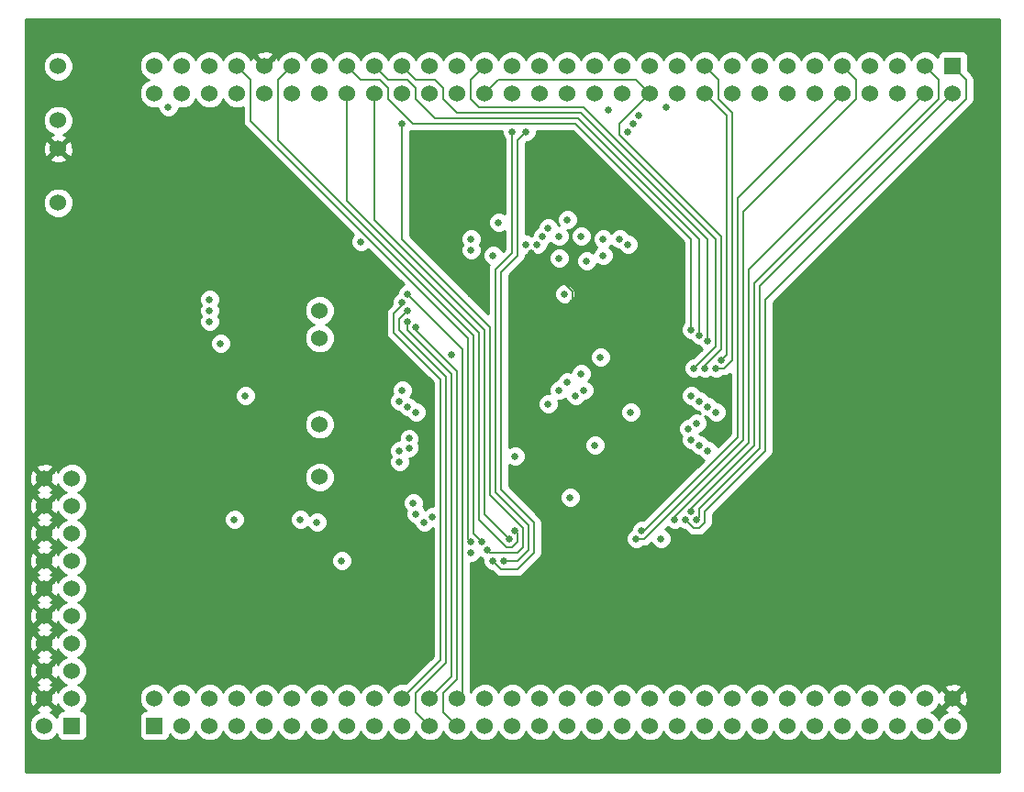
<source format=gbr>
G04 (created by PCBNEW-RS274X (2012-01-19 BZR 3256)-stable) date 03/08/2012 17:17:42*
G01*
G70*
G90*
%MOIN*%
G04 Gerber Fmt 3.4, Leading zero omitted, Abs format*
%FSLAX34Y34*%
G04 APERTURE LIST*
%ADD10C,0.006000*%
%ADD11C,0.060000*%
%ADD12R,0.060000X0.060000*%
%ADD13C,0.025000*%
%ADD14C,0.008000*%
%ADD15C,0.010000*%
G04 APERTURE END LIST*
G54D10*
G54D11*
X61500Y-58500D03*
X62500Y-57500D03*
G54D12*
X62500Y-58500D03*
G54D11*
X61500Y-57500D03*
X62500Y-56500D03*
X61500Y-56500D03*
X62500Y-55500D03*
X61500Y-55500D03*
X62500Y-54500D03*
X61500Y-54500D03*
X62500Y-53500D03*
X61500Y-53500D03*
X62500Y-52500D03*
X61500Y-52500D03*
X62500Y-51500D03*
X61500Y-51500D03*
X62500Y-50500D03*
X61500Y-50500D03*
X62500Y-49500D03*
X61500Y-49500D03*
X71500Y-47539D03*
X71500Y-49461D03*
X71500Y-43400D03*
X71500Y-44400D03*
X62000Y-39484D03*
X62000Y-37516D03*
X62000Y-36484D03*
X62000Y-34516D03*
G54D12*
X94500Y-34500D03*
G54D11*
X94500Y-35500D03*
X89500Y-34500D03*
X93500Y-35500D03*
X88500Y-34500D03*
X92500Y-35500D03*
X87500Y-34500D03*
X91500Y-35500D03*
X86500Y-34500D03*
X90500Y-35500D03*
X85500Y-34500D03*
X89500Y-35500D03*
X84500Y-34500D03*
X88500Y-35500D03*
X83500Y-34500D03*
X87500Y-35500D03*
X82500Y-34500D03*
X86500Y-35500D03*
X81500Y-34500D03*
X85500Y-35500D03*
X80500Y-34500D03*
X84500Y-35500D03*
X79500Y-34500D03*
X83500Y-35500D03*
X82500Y-35500D03*
X78500Y-34500D03*
X81500Y-35500D03*
X79500Y-35500D03*
X78500Y-35500D03*
X77500Y-35500D03*
X76500Y-35500D03*
X77500Y-34500D03*
X76500Y-34500D03*
X93500Y-34500D03*
X92500Y-34500D03*
X91500Y-34500D03*
X90500Y-34500D03*
X75500Y-34500D03*
X75500Y-35500D03*
X80500Y-35500D03*
X74500Y-34500D03*
X74500Y-35500D03*
X73500Y-34500D03*
X73500Y-35500D03*
X72500Y-34500D03*
X72500Y-35500D03*
X71500Y-34500D03*
X71500Y-35500D03*
X70500Y-34500D03*
X70500Y-35500D03*
X69500Y-34500D03*
X69500Y-35500D03*
X68500Y-34500D03*
X68500Y-35500D03*
X67500Y-34500D03*
X67500Y-35500D03*
X66500Y-34500D03*
X66500Y-35500D03*
X65500Y-34500D03*
X65500Y-35500D03*
G54D12*
X65500Y-58500D03*
G54D11*
X65500Y-57500D03*
X70500Y-58500D03*
X66500Y-57500D03*
X71500Y-58500D03*
X67500Y-57500D03*
X72500Y-58500D03*
X68500Y-57500D03*
X73500Y-58500D03*
X69500Y-57500D03*
X74500Y-58500D03*
X70500Y-57500D03*
X75500Y-58500D03*
X71500Y-57500D03*
X76500Y-58500D03*
X72500Y-57500D03*
X77500Y-58500D03*
X73500Y-57500D03*
X78500Y-58500D03*
X74500Y-57500D03*
X79500Y-58500D03*
X75500Y-57500D03*
X80500Y-58500D03*
X76500Y-57500D03*
X77500Y-57500D03*
X81500Y-58500D03*
X78500Y-57500D03*
X80500Y-57500D03*
X81500Y-57500D03*
X82500Y-57500D03*
X83500Y-57500D03*
X82500Y-58500D03*
X83500Y-58500D03*
X66500Y-58500D03*
X67500Y-58500D03*
X68500Y-58500D03*
X69500Y-58500D03*
X84500Y-58500D03*
X84500Y-57500D03*
X79500Y-57500D03*
X85500Y-58500D03*
X85500Y-57500D03*
X86500Y-58500D03*
X86500Y-57500D03*
X87500Y-58500D03*
X87500Y-57500D03*
X88500Y-58500D03*
X88500Y-57500D03*
X89500Y-58500D03*
X89500Y-57500D03*
X90500Y-58500D03*
X90500Y-57500D03*
X91500Y-58500D03*
X91500Y-57500D03*
X92500Y-58500D03*
X92500Y-57500D03*
X93500Y-58500D03*
X93500Y-57500D03*
X94500Y-58500D03*
X94500Y-57500D03*
G54D13*
X68400Y-51000D03*
X67900Y-44600D03*
X74500Y-46300D03*
X74400Y-46700D03*
X74700Y-46900D03*
X75000Y-47100D03*
X80200Y-46300D03*
X73000Y-40900D03*
X66000Y-36000D03*
X77000Y-51800D03*
X85900Y-47100D03*
X85600Y-46900D03*
X85300Y-46700D03*
X85000Y-46500D03*
X85600Y-48500D03*
X85300Y-48300D03*
X85000Y-48100D03*
X74500Y-43100D03*
X74700Y-43400D03*
X74700Y-43800D03*
X75000Y-44000D03*
X74700Y-42800D03*
X79600Y-40700D03*
X79400Y-41000D03*
X80200Y-41500D03*
X79800Y-40400D03*
X81800Y-41400D03*
X84900Y-47700D03*
X85200Y-47500D03*
X82700Y-41000D03*
X82400Y-40800D03*
X77800Y-41400D03*
X77000Y-41200D03*
X77000Y-40800D03*
X80500Y-40100D03*
X80200Y-40700D03*
X81800Y-40800D03*
X81000Y-40700D03*
X81200Y-41600D03*
X74750Y-48050D03*
X74750Y-48400D03*
X74400Y-48500D03*
X74400Y-48900D03*
X79000Y-36900D03*
X77800Y-52500D03*
X78500Y-36900D03*
X78200Y-52500D03*
X85100Y-45500D03*
X85500Y-45500D03*
X83000Y-51700D03*
X83200Y-51400D03*
X84100Y-36000D03*
X71400Y-51100D03*
X85600Y-44500D03*
X77600Y-52100D03*
X74500Y-36600D03*
X85300Y-44300D03*
X78400Y-51700D03*
X85000Y-44100D03*
X78600Y-51400D03*
X78000Y-40200D03*
X77400Y-51800D03*
X82900Y-36600D03*
X82700Y-36900D03*
X85900Y-45500D03*
X86100Y-45200D03*
X83100Y-36300D03*
X85000Y-50700D03*
X85200Y-51000D03*
X84400Y-51000D03*
X84800Y-51000D03*
X82000Y-36100D03*
X80500Y-46000D03*
X81000Y-45700D03*
X77000Y-52200D03*
X74900Y-50400D03*
X75000Y-50800D03*
X75600Y-50900D03*
X75300Y-51100D03*
X81100Y-46300D03*
X67500Y-43000D03*
X80800Y-46500D03*
X67500Y-43800D03*
X79800Y-46800D03*
X67500Y-43400D03*
X79200Y-41300D03*
X75000Y-46100D03*
X77000Y-42800D03*
X80700Y-43100D03*
X71900Y-48200D03*
X83000Y-47800D03*
X83000Y-52800D03*
X77200Y-52700D03*
X81400Y-52800D03*
X72700Y-43400D03*
X72700Y-44400D03*
X83600Y-46900D03*
X80400Y-49300D03*
X64600Y-46500D03*
X72600Y-49600D03*
X79000Y-41000D03*
X68800Y-46500D03*
X83900Y-51700D03*
X80600Y-50200D03*
X82800Y-47100D03*
X80400Y-42800D03*
X81700Y-45100D03*
X70800Y-51000D03*
X72300Y-52500D03*
X78600Y-48700D03*
X76300Y-45000D03*
X81500Y-48300D03*
G54D14*
X76900Y-44400D02*
X69000Y-36500D01*
X69000Y-36500D02*
X69000Y-35000D01*
X76900Y-51700D02*
X76900Y-44400D01*
X77000Y-51800D02*
X76900Y-51700D01*
X69000Y-35000D02*
X68500Y-34500D01*
X75900Y-56100D02*
X74500Y-57500D01*
X74500Y-43200D02*
X74200Y-43500D01*
X74500Y-43100D02*
X74500Y-43200D01*
X74200Y-43500D02*
X74200Y-44200D01*
X75900Y-45900D02*
X75900Y-56100D01*
X74200Y-44200D02*
X75900Y-45900D01*
X74400Y-43900D02*
X74400Y-44100D01*
X76100Y-56200D02*
X75000Y-57300D01*
X74400Y-44100D02*
X76100Y-45800D01*
X76100Y-45800D02*
X76100Y-56200D01*
X75000Y-58000D02*
X75500Y-58500D01*
X74400Y-43700D02*
X74400Y-43900D01*
X75000Y-57300D02*
X75000Y-58000D01*
X74700Y-43400D02*
X74400Y-43700D01*
X76300Y-56700D02*
X75500Y-57500D01*
X74700Y-43800D02*
X74700Y-44100D01*
X74700Y-44100D02*
X76300Y-45700D01*
X76300Y-45700D02*
X76300Y-56700D01*
X76500Y-56800D02*
X76000Y-57300D01*
X75000Y-44100D02*
X76500Y-45600D01*
X75000Y-44000D02*
X75000Y-44100D01*
X76000Y-57300D02*
X76000Y-58000D01*
X76500Y-45600D02*
X76500Y-56800D01*
X76000Y-58000D02*
X76500Y-58500D01*
X76500Y-57500D02*
X76700Y-57300D01*
X76700Y-57300D02*
X76700Y-44800D01*
X76700Y-44800D02*
X74700Y-42800D01*
X79300Y-51100D02*
X78100Y-49900D01*
X78700Y-41400D02*
X78100Y-42000D01*
X78100Y-49900D02*
X78100Y-42000D01*
X77800Y-52500D02*
X78100Y-52800D01*
X79300Y-52200D02*
X79300Y-51100D01*
X78700Y-41400D02*
X78700Y-37200D01*
X78100Y-52800D02*
X78700Y-52800D01*
X78700Y-37200D02*
X79000Y-36900D01*
X78700Y-52800D02*
X79300Y-52200D01*
X78200Y-52500D02*
X78700Y-52500D01*
X79100Y-51200D02*
X77900Y-50000D01*
X78500Y-41300D02*
X77900Y-41900D01*
X78700Y-52500D02*
X79100Y-52100D01*
X77900Y-50000D02*
X77900Y-41900D01*
X79100Y-52100D02*
X79100Y-51200D01*
X78500Y-41300D02*
X78500Y-36900D01*
X77000Y-35700D02*
X77000Y-35000D01*
X85900Y-44700D02*
X85900Y-40800D01*
X77300Y-36000D02*
X81100Y-36000D01*
X81100Y-36000D02*
X85900Y-40800D01*
X77000Y-35700D02*
X77300Y-36000D01*
X77000Y-35000D02*
X77500Y-34500D01*
X85100Y-45500D02*
X85900Y-44700D01*
X82400Y-37000D02*
X82400Y-36600D01*
X77500Y-35500D02*
X78000Y-35000D01*
X85500Y-45400D02*
X86100Y-44800D01*
X78000Y-35000D02*
X83000Y-35000D01*
X86100Y-44800D02*
X86100Y-40700D01*
X82400Y-36600D02*
X83500Y-35500D01*
X83000Y-35000D02*
X83500Y-35500D01*
X82400Y-37000D02*
X86100Y-40700D01*
X85500Y-45500D02*
X85500Y-45400D01*
X91000Y-35000D02*
X90500Y-34500D01*
X86900Y-48100D02*
X86900Y-39800D01*
X86900Y-39800D02*
X91000Y-35700D01*
X91000Y-35700D02*
X91000Y-35000D01*
X83000Y-51700D02*
X83300Y-51700D01*
X83300Y-51700D02*
X86900Y-48100D01*
X83200Y-51400D02*
X83300Y-51400D01*
X86700Y-39300D02*
X90500Y-35500D01*
X83300Y-51400D02*
X86700Y-48000D01*
X86700Y-48000D02*
X86700Y-39300D01*
X75700Y-35000D02*
X76000Y-35300D01*
X85600Y-40800D02*
X85600Y-44500D01*
X76500Y-36200D02*
X81000Y-36200D01*
X76000Y-35700D02*
X76500Y-36200D01*
X76000Y-35300D02*
X76000Y-35700D01*
X75000Y-35000D02*
X74500Y-34500D01*
X75000Y-35000D02*
X75700Y-35000D01*
X81000Y-36200D02*
X85600Y-40800D01*
X77600Y-52100D02*
X77700Y-52200D01*
X74500Y-40800D02*
X74500Y-36600D01*
X77700Y-44000D02*
X74500Y-40800D01*
X78700Y-52200D02*
X78900Y-52000D01*
X77700Y-52200D02*
X78700Y-52200D01*
X78900Y-52000D02*
X78900Y-51300D01*
X77700Y-50100D02*
X77700Y-44000D01*
X78900Y-51300D02*
X77700Y-50100D01*
X74700Y-35000D02*
X75000Y-35300D01*
X73500Y-34500D02*
X74000Y-35000D01*
X85300Y-40800D02*
X85300Y-44300D01*
X75700Y-36400D02*
X80900Y-36400D01*
X75000Y-35700D02*
X75700Y-36400D01*
X74000Y-35000D02*
X74700Y-35000D01*
X80900Y-36400D02*
X85300Y-40800D01*
X75000Y-35300D02*
X75000Y-35700D01*
X77500Y-44100D02*
X73500Y-40100D01*
X77500Y-50800D02*
X77500Y-44100D01*
X78400Y-51700D02*
X77500Y-50800D01*
X73500Y-40100D02*
X73500Y-35500D01*
X74900Y-36600D02*
X80800Y-36600D01*
X72500Y-34500D02*
X73000Y-35000D01*
X74000Y-35300D02*
X74000Y-35700D01*
X74000Y-35700D02*
X74900Y-36600D01*
X73000Y-35000D02*
X73700Y-35000D01*
X85000Y-40800D02*
X85000Y-44100D01*
X80800Y-36600D02*
X85000Y-40800D01*
X73700Y-35000D02*
X74000Y-35300D01*
X78300Y-52000D02*
X77300Y-51000D01*
X78500Y-52000D02*
X78300Y-52000D01*
X78700Y-51500D02*
X78700Y-51800D01*
X78600Y-51400D02*
X78700Y-51500D01*
X72500Y-39400D02*
X72500Y-35500D01*
X77300Y-51000D02*
X77300Y-44200D01*
X77300Y-44200D02*
X72500Y-39400D01*
X78700Y-51800D02*
X78500Y-52000D01*
X77100Y-44300D02*
X70000Y-37200D01*
X70000Y-37200D02*
X70000Y-35000D01*
X77100Y-51500D02*
X77100Y-44300D01*
X70000Y-35000D02*
X70500Y-34500D01*
X77400Y-51800D02*
X77100Y-51500D01*
X86000Y-35000D02*
X85500Y-34500D01*
X86200Y-45500D02*
X86500Y-45200D01*
X86500Y-36200D02*
X86000Y-35700D01*
X86500Y-45200D02*
X86500Y-36200D01*
X86000Y-35700D02*
X86000Y-35000D01*
X85900Y-45500D02*
X86200Y-45500D01*
X86100Y-45200D02*
X86300Y-45000D01*
X86300Y-45000D02*
X86300Y-36300D01*
X86300Y-36300D02*
X85500Y-35500D01*
X87300Y-42400D02*
X94000Y-35700D01*
X87300Y-48300D02*
X87300Y-42400D01*
X85000Y-50600D02*
X87300Y-48300D01*
X94000Y-35000D02*
X93500Y-34500D01*
X94000Y-35700D02*
X94000Y-35000D01*
X85000Y-50700D02*
X85000Y-50600D01*
X85200Y-51000D02*
X85300Y-50900D01*
X87500Y-42500D02*
X94500Y-35500D01*
X87500Y-48400D02*
X87500Y-42500D01*
X85300Y-50900D02*
X85300Y-50600D01*
X85300Y-50600D02*
X87500Y-48400D01*
X84400Y-50900D02*
X87100Y-48200D01*
X87100Y-48200D02*
X87100Y-41900D01*
X87100Y-41900D02*
X93500Y-35500D01*
X84400Y-51000D02*
X84400Y-50900D01*
X85300Y-51300D02*
X85500Y-51100D01*
X95000Y-35000D02*
X94500Y-34500D01*
X85500Y-51100D02*
X85500Y-50700D01*
X87700Y-43000D02*
X95000Y-35700D01*
X84800Y-51000D02*
X85100Y-51300D01*
X95000Y-35700D02*
X95000Y-35000D01*
X87700Y-48500D02*
X87700Y-43000D01*
X85100Y-51300D02*
X85300Y-51300D01*
X85500Y-50700D02*
X87700Y-48500D01*
X79300Y-41300D02*
X80700Y-42700D01*
X81500Y-49300D02*
X80400Y-49300D01*
X81500Y-49300D02*
X83000Y-47800D01*
X83600Y-46000D02*
X83600Y-46900D01*
X80700Y-42700D02*
X80700Y-43100D01*
X80700Y-43100D02*
X83600Y-46000D01*
X83600Y-47200D02*
X83600Y-46900D01*
X83000Y-47800D02*
X83600Y-47200D01*
X79200Y-41300D02*
X79300Y-41300D01*
G54D10*
G36*
X69571Y-35500D02*
X69500Y-35571D01*
X69429Y-35500D01*
X69500Y-35429D01*
X69571Y-35500D01*
X69571Y-35500D01*
G37*
G54D15*
X69571Y-35500D02*
X69500Y-35571D01*
X69429Y-35500D01*
X69500Y-35429D01*
X69571Y-35500D01*
G54D10*
G36*
X75571Y-35500D02*
X75500Y-35571D01*
X75429Y-35500D01*
X75500Y-35429D01*
X75571Y-35500D01*
X75571Y-35500D01*
G37*
G54D15*
X75571Y-35500D02*
X75500Y-35571D01*
X75429Y-35500D01*
X75500Y-35429D01*
X75571Y-35500D01*
G54D10*
G36*
X76571Y-35500D02*
X76500Y-35571D01*
X76429Y-35500D01*
X76500Y-35429D01*
X76571Y-35500D01*
X76571Y-35500D01*
G37*
G54D15*
X76571Y-35500D02*
X76500Y-35571D01*
X76429Y-35500D01*
X76500Y-35429D01*
X76571Y-35500D01*
G54D10*
G36*
X78210Y-41180D02*
X78142Y-41247D01*
X78118Y-41188D01*
X78013Y-41083D01*
X77875Y-41025D01*
X77726Y-41025D01*
X77588Y-41082D01*
X77483Y-41187D01*
X77425Y-41325D01*
X77425Y-41474D01*
X77482Y-41612D01*
X77587Y-41717D01*
X77659Y-41747D01*
X77632Y-41789D01*
X77610Y-41900D01*
X77610Y-43500D01*
X77375Y-43265D01*
X77375Y-41275D01*
X77375Y-41126D01*
X77322Y-40999D01*
X77375Y-40875D01*
X77375Y-40726D01*
X77318Y-40588D01*
X77213Y-40483D01*
X77075Y-40425D01*
X76926Y-40425D01*
X76788Y-40482D01*
X76683Y-40587D01*
X76625Y-40725D01*
X76625Y-40874D01*
X76677Y-41000D01*
X76625Y-41125D01*
X76625Y-41274D01*
X76682Y-41412D01*
X76787Y-41517D01*
X76925Y-41575D01*
X77074Y-41575D01*
X77212Y-41518D01*
X77317Y-41413D01*
X77375Y-41275D01*
X77375Y-43265D01*
X74790Y-40680D01*
X74790Y-36868D01*
X74899Y-36889D01*
X74900Y-36890D01*
X78125Y-36890D01*
X78125Y-36974D01*
X78182Y-37112D01*
X78210Y-37140D01*
X78210Y-39881D01*
X78075Y-39825D01*
X77926Y-39825D01*
X77788Y-39882D01*
X77683Y-39987D01*
X77625Y-40125D01*
X77625Y-40274D01*
X77682Y-40412D01*
X77787Y-40517D01*
X77925Y-40575D01*
X78074Y-40575D01*
X78210Y-40518D01*
X78210Y-41180D01*
X78210Y-41180D01*
G37*
G54D15*
X78210Y-41180D02*
X78142Y-41247D01*
X78118Y-41188D01*
X78013Y-41083D01*
X77875Y-41025D01*
X77726Y-41025D01*
X77588Y-41082D01*
X77483Y-41187D01*
X77425Y-41325D01*
X77425Y-41474D01*
X77482Y-41612D01*
X77587Y-41717D01*
X77659Y-41747D01*
X77632Y-41789D01*
X77610Y-41900D01*
X77610Y-43500D01*
X77375Y-43265D01*
X77375Y-41275D01*
X77375Y-41126D01*
X77322Y-40999D01*
X77375Y-40875D01*
X77375Y-40726D01*
X77318Y-40588D01*
X77213Y-40483D01*
X77075Y-40425D01*
X76926Y-40425D01*
X76788Y-40482D01*
X76683Y-40587D01*
X76625Y-40725D01*
X76625Y-40874D01*
X76677Y-41000D01*
X76625Y-41125D01*
X76625Y-41274D01*
X76682Y-41412D01*
X76787Y-41517D01*
X76925Y-41575D01*
X77074Y-41575D01*
X77212Y-41518D01*
X77317Y-41413D01*
X77375Y-41275D01*
X77375Y-43265D01*
X74790Y-40680D01*
X74790Y-36868D01*
X74899Y-36889D01*
X74900Y-36890D01*
X78125Y-36890D01*
X78125Y-36974D01*
X78182Y-37112D01*
X78210Y-37140D01*
X78210Y-39881D01*
X78075Y-39825D01*
X77926Y-39825D01*
X77788Y-39882D01*
X77683Y-39987D01*
X77625Y-40125D01*
X77625Y-40274D01*
X77682Y-40412D01*
X77787Y-40517D01*
X77925Y-40575D01*
X78074Y-40575D01*
X78210Y-40518D01*
X78210Y-41180D01*
G54D10*
G36*
X96175Y-60175D02*
X95290Y-60175D01*
X95290Y-35700D01*
X95290Y-35000D01*
X95268Y-34889D01*
X95205Y-34795D01*
X95049Y-34639D01*
X95049Y-34151D01*
X95011Y-34059D01*
X94941Y-33989D01*
X94850Y-33951D01*
X94751Y-33951D01*
X94151Y-33951D01*
X94059Y-33989D01*
X93989Y-34059D01*
X93951Y-34150D01*
X93951Y-34175D01*
X93811Y-34035D01*
X93609Y-33951D01*
X93391Y-33951D01*
X93189Y-34035D01*
X93035Y-34189D01*
X93000Y-34273D01*
X92965Y-34189D01*
X92811Y-34035D01*
X92609Y-33951D01*
X92391Y-33951D01*
X92189Y-34035D01*
X92035Y-34189D01*
X92000Y-34273D01*
X91965Y-34189D01*
X91811Y-34035D01*
X91609Y-33951D01*
X91391Y-33951D01*
X91189Y-34035D01*
X91035Y-34189D01*
X91000Y-34273D01*
X90965Y-34189D01*
X90811Y-34035D01*
X90609Y-33951D01*
X90391Y-33951D01*
X90189Y-34035D01*
X90035Y-34189D01*
X90000Y-34273D01*
X89965Y-34189D01*
X89811Y-34035D01*
X89609Y-33951D01*
X89391Y-33951D01*
X89189Y-34035D01*
X89035Y-34189D01*
X89000Y-34273D01*
X88965Y-34189D01*
X88811Y-34035D01*
X88609Y-33951D01*
X88391Y-33951D01*
X88189Y-34035D01*
X88035Y-34189D01*
X88000Y-34273D01*
X87965Y-34189D01*
X87811Y-34035D01*
X87609Y-33951D01*
X87391Y-33951D01*
X87189Y-34035D01*
X87035Y-34189D01*
X87000Y-34273D01*
X86965Y-34189D01*
X86811Y-34035D01*
X86609Y-33951D01*
X86391Y-33951D01*
X86189Y-34035D01*
X86035Y-34189D01*
X86000Y-34273D01*
X85965Y-34189D01*
X85811Y-34035D01*
X85609Y-33951D01*
X85391Y-33951D01*
X85189Y-34035D01*
X85035Y-34189D01*
X85000Y-34273D01*
X84965Y-34189D01*
X84811Y-34035D01*
X84609Y-33951D01*
X84391Y-33951D01*
X84189Y-34035D01*
X84035Y-34189D01*
X84000Y-34273D01*
X83965Y-34189D01*
X83811Y-34035D01*
X83609Y-33951D01*
X83391Y-33951D01*
X83189Y-34035D01*
X83035Y-34189D01*
X83000Y-34273D01*
X82965Y-34189D01*
X82811Y-34035D01*
X82609Y-33951D01*
X82391Y-33951D01*
X82189Y-34035D01*
X82035Y-34189D01*
X82000Y-34273D01*
X81965Y-34189D01*
X81811Y-34035D01*
X81609Y-33951D01*
X81391Y-33951D01*
X81189Y-34035D01*
X81035Y-34189D01*
X81000Y-34273D01*
X80965Y-34189D01*
X80811Y-34035D01*
X80609Y-33951D01*
X80391Y-33951D01*
X80189Y-34035D01*
X80035Y-34189D01*
X80000Y-34273D01*
X79965Y-34189D01*
X79811Y-34035D01*
X79609Y-33951D01*
X79391Y-33951D01*
X79189Y-34035D01*
X79035Y-34189D01*
X79000Y-34273D01*
X78965Y-34189D01*
X78811Y-34035D01*
X78609Y-33951D01*
X78391Y-33951D01*
X78189Y-34035D01*
X78035Y-34189D01*
X78000Y-34273D01*
X77965Y-34189D01*
X77811Y-34035D01*
X77609Y-33951D01*
X77391Y-33951D01*
X77189Y-34035D01*
X77035Y-34189D01*
X77000Y-34273D01*
X76965Y-34189D01*
X76811Y-34035D01*
X76609Y-33951D01*
X76391Y-33951D01*
X76189Y-34035D01*
X76035Y-34189D01*
X76000Y-34273D01*
X75965Y-34189D01*
X75811Y-34035D01*
X75609Y-33951D01*
X75391Y-33951D01*
X75189Y-34035D01*
X75035Y-34189D01*
X75000Y-34273D01*
X74965Y-34189D01*
X74811Y-34035D01*
X74609Y-33951D01*
X74391Y-33951D01*
X74189Y-34035D01*
X74035Y-34189D01*
X74000Y-34273D01*
X73965Y-34189D01*
X73811Y-34035D01*
X73609Y-33951D01*
X73391Y-33951D01*
X73189Y-34035D01*
X73035Y-34189D01*
X73000Y-34273D01*
X72965Y-34189D01*
X72811Y-34035D01*
X72609Y-33951D01*
X72391Y-33951D01*
X72189Y-34035D01*
X72035Y-34189D01*
X72000Y-34273D01*
X71965Y-34189D01*
X71811Y-34035D01*
X71609Y-33951D01*
X71391Y-33951D01*
X71189Y-34035D01*
X71035Y-34189D01*
X71000Y-34273D01*
X70965Y-34189D01*
X70811Y-34035D01*
X70609Y-33951D01*
X70391Y-33951D01*
X70189Y-34035D01*
X70035Y-34189D01*
X69997Y-34280D01*
X69972Y-34219D01*
X69878Y-34192D01*
X69808Y-34262D01*
X69808Y-34122D01*
X69781Y-34028D01*
X69579Y-33957D01*
X69366Y-33968D01*
X69219Y-34028D01*
X69192Y-34122D01*
X69500Y-34429D01*
X69808Y-34122D01*
X69808Y-34262D01*
X69571Y-34500D01*
X69500Y-34571D01*
X69429Y-34500D01*
X69394Y-34465D01*
X69122Y-34192D01*
X69028Y-34219D01*
X69004Y-34284D01*
X68965Y-34189D01*
X68811Y-34035D01*
X68609Y-33951D01*
X68391Y-33951D01*
X68189Y-34035D01*
X68035Y-34189D01*
X68000Y-34273D01*
X67965Y-34189D01*
X67811Y-34035D01*
X67609Y-33951D01*
X67391Y-33951D01*
X67189Y-34035D01*
X67035Y-34189D01*
X67000Y-34273D01*
X66965Y-34189D01*
X66811Y-34035D01*
X66609Y-33951D01*
X66391Y-33951D01*
X66189Y-34035D01*
X66035Y-34189D01*
X66000Y-34273D01*
X65965Y-34189D01*
X65811Y-34035D01*
X65609Y-33951D01*
X65391Y-33951D01*
X65189Y-34035D01*
X65035Y-34189D01*
X64951Y-34391D01*
X64951Y-34609D01*
X65035Y-34811D01*
X65189Y-34965D01*
X65273Y-35000D01*
X65189Y-35035D01*
X65035Y-35189D01*
X64951Y-35391D01*
X64951Y-35609D01*
X65035Y-35811D01*
X65189Y-35965D01*
X65391Y-36049D01*
X65609Y-36049D01*
X65625Y-36042D01*
X65625Y-36074D01*
X65682Y-36212D01*
X65787Y-36317D01*
X65925Y-36375D01*
X66074Y-36375D01*
X66212Y-36318D01*
X66317Y-36213D01*
X66375Y-36075D01*
X66375Y-36042D01*
X66391Y-36049D01*
X66609Y-36049D01*
X66811Y-35965D01*
X66965Y-35811D01*
X67000Y-35726D01*
X67035Y-35811D01*
X67189Y-35965D01*
X67391Y-36049D01*
X67609Y-36049D01*
X67811Y-35965D01*
X67965Y-35811D01*
X68000Y-35726D01*
X68035Y-35811D01*
X68189Y-35965D01*
X68391Y-36049D01*
X68609Y-36049D01*
X68710Y-36007D01*
X68710Y-36500D01*
X68732Y-36611D01*
X68795Y-36705D01*
X72730Y-40640D01*
X72683Y-40687D01*
X72625Y-40825D01*
X72625Y-40974D01*
X72682Y-41112D01*
X72787Y-41217D01*
X72925Y-41275D01*
X73074Y-41275D01*
X73212Y-41218D01*
X73260Y-41170D01*
X74547Y-42457D01*
X74488Y-42482D01*
X74383Y-42587D01*
X74325Y-42725D01*
X74325Y-42766D01*
X74288Y-42782D01*
X74183Y-42887D01*
X74125Y-43025D01*
X74125Y-43165D01*
X73995Y-43295D01*
X73932Y-43389D01*
X73910Y-43500D01*
X73910Y-44200D01*
X73932Y-44311D01*
X73995Y-44405D01*
X75610Y-46020D01*
X75610Y-50525D01*
X75526Y-50525D01*
X75388Y-50582D01*
X75375Y-50594D01*
X75375Y-47175D01*
X75375Y-47026D01*
X75318Y-46888D01*
X75213Y-46783D01*
X75075Y-46725D01*
X75033Y-46725D01*
X75018Y-46688D01*
X74913Y-46583D01*
X74796Y-46533D01*
X74817Y-46513D01*
X74875Y-46375D01*
X74875Y-46226D01*
X74818Y-46088D01*
X74713Y-45983D01*
X74575Y-45925D01*
X74426Y-45925D01*
X74288Y-45982D01*
X74183Y-46087D01*
X74125Y-46225D01*
X74125Y-46374D01*
X74145Y-46424D01*
X74083Y-46487D01*
X74025Y-46625D01*
X74025Y-46774D01*
X74082Y-46912D01*
X74187Y-47017D01*
X74325Y-47075D01*
X74366Y-47075D01*
X74382Y-47112D01*
X74487Y-47217D01*
X74625Y-47275D01*
X74666Y-47275D01*
X74682Y-47312D01*
X74787Y-47417D01*
X74925Y-47475D01*
X75074Y-47475D01*
X75212Y-47418D01*
X75317Y-47313D01*
X75375Y-47175D01*
X75375Y-50594D01*
X75336Y-50633D01*
X75318Y-50588D01*
X75254Y-50524D01*
X75275Y-50475D01*
X75275Y-50326D01*
X75218Y-50188D01*
X75125Y-50095D01*
X75125Y-48475D01*
X75125Y-48326D01*
X75083Y-48224D01*
X75125Y-48125D01*
X75125Y-47976D01*
X75068Y-47838D01*
X74963Y-47733D01*
X74825Y-47675D01*
X74676Y-47675D01*
X74538Y-47732D01*
X74433Y-47837D01*
X74375Y-47975D01*
X74375Y-48124D01*
X74375Y-48125D01*
X74326Y-48125D01*
X74188Y-48182D01*
X74083Y-48287D01*
X74025Y-48425D01*
X74025Y-48574D01*
X74077Y-48700D01*
X74025Y-48825D01*
X74025Y-48974D01*
X74082Y-49112D01*
X74187Y-49217D01*
X74325Y-49275D01*
X74474Y-49275D01*
X74612Y-49218D01*
X74717Y-49113D01*
X74775Y-48975D01*
X74775Y-48826D01*
X74753Y-48775D01*
X74824Y-48775D01*
X74962Y-48718D01*
X75067Y-48613D01*
X75125Y-48475D01*
X75125Y-50095D01*
X75113Y-50083D01*
X74975Y-50025D01*
X74826Y-50025D01*
X74688Y-50082D01*
X74583Y-50187D01*
X74525Y-50325D01*
X74525Y-50474D01*
X74582Y-50612D01*
X74645Y-50675D01*
X74625Y-50725D01*
X74625Y-50874D01*
X74682Y-51012D01*
X74787Y-51117D01*
X74925Y-51175D01*
X74982Y-51312D01*
X75087Y-51417D01*
X75225Y-51475D01*
X75374Y-51475D01*
X75512Y-51418D01*
X75610Y-51320D01*
X75610Y-55980D01*
X74630Y-56959D01*
X74609Y-56951D01*
X74391Y-56951D01*
X74189Y-57035D01*
X74035Y-57189D01*
X74000Y-57273D01*
X73965Y-57189D01*
X73811Y-57035D01*
X73609Y-56951D01*
X73391Y-56951D01*
X73189Y-57035D01*
X73035Y-57189D01*
X73000Y-57273D01*
X72965Y-57189D01*
X72811Y-57035D01*
X72675Y-56978D01*
X72675Y-52575D01*
X72675Y-52426D01*
X72618Y-52288D01*
X72513Y-52183D01*
X72375Y-52125D01*
X72226Y-52125D01*
X72088Y-52182D01*
X72049Y-52221D01*
X72049Y-49570D01*
X72049Y-49352D01*
X72049Y-47648D01*
X72049Y-47430D01*
X72049Y-44509D01*
X72049Y-44291D01*
X71965Y-44089D01*
X71811Y-43935D01*
X71726Y-43900D01*
X71811Y-43865D01*
X71965Y-43711D01*
X72049Y-43509D01*
X72049Y-43291D01*
X71965Y-43089D01*
X71811Y-42935D01*
X71609Y-42851D01*
X71391Y-42851D01*
X71189Y-42935D01*
X71035Y-43089D01*
X70951Y-43291D01*
X70951Y-43509D01*
X71035Y-43711D01*
X71189Y-43865D01*
X71273Y-43900D01*
X71189Y-43935D01*
X71035Y-44089D01*
X70951Y-44291D01*
X70951Y-44509D01*
X71035Y-44711D01*
X71189Y-44865D01*
X71391Y-44949D01*
X71609Y-44949D01*
X71811Y-44865D01*
X71965Y-44711D01*
X72049Y-44509D01*
X72049Y-47430D01*
X71965Y-47228D01*
X71811Y-47074D01*
X71609Y-46990D01*
X71391Y-46990D01*
X71189Y-47074D01*
X71035Y-47228D01*
X70951Y-47430D01*
X70951Y-47648D01*
X71035Y-47850D01*
X71189Y-48004D01*
X71391Y-48088D01*
X71609Y-48088D01*
X71811Y-48004D01*
X71965Y-47850D01*
X72049Y-47648D01*
X72049Y-49352D01*
X71965Y-49150D01*
X71811Y-48996D01*
X71609Y-48912D01*
X71391Y-48912D01*
X71189Y-48996D01*
X71035Y-49150D01*
X70951Y-49352D01*
X70951Y-49570D01*
X71035Y-49772D01*
X71189Y-49926D01*
X71391Y-50010D01*
X71609Y-50010D01*
X71811Y-49926D01*
X71965Y-49772D01*
X72049Y-49570D01*
X72049Y-52221D01*
X71983Y-52287D01*
X71925Y-52425D01*
X71925Y-52574D01*
X71982Y-52712D01*
X72087Y-52817D01*
X72225Y-52875D01*
X72374Y-52875D01*
X72512Y-52818D01*
X72617Y-52713D01*
X72675Y-52575D01*
X72675Y-56978D01*
X72609Y-56951D01*
X72391Y-56951D01*
X72189Y-57035D01*
X72035Y-57189D01*
X72000Y-57273D01*
X71965Y-57189D01*
X71811Y-57035D01*
X71775Y-57020D01*
X71775Y-51175D01*
X71775Y-51026D01*
X71718Y-50888D01*
X71613Y-50783D01*
X71475Y-50725D01*
X71326Y-50725D01*
X71188Y-50782D01*
X71136Y-50833D01*
X71118Y-50788D01*
X71013Y-50683D01*
X70875Y-50625D01*
X70726Y-50625D01*
X70588Y-50682D01*
X70483Y-50787D01*
X70425Y-50925D01*
X70425Y-51074D01*
X70482Y-51212D01*
X70587Y-51317D01*
X70725Y-51375D01*
X70874Y-51375D01*
X71012Y-51318D01*
X71063Y-51266D01*
X71082Y-51312D01*
X71187Y-51417D01*
X71325Y-51475D01*
X71474Y-51475D01*
X71612Y-51418D01*
X71717Y-51313D01*
X71775Y-51175D01*
X71775Y-57020D01*
X71609Y-56951D01*
X71391Y-56951D01*
X71189Y-57035D01*
X71035Y-57189D01*
X71000Y-57273D01*
X70965Y-57189D01*
X70811Y-57035D01*
X70609Y-56951D01*
X70391Y-56951D01*
X70189Y-57035D01*
X70035Y-57189D01*
X70000Y-57273D01*
X69965Y-57189D01*
X69811Y-57035D01*
X69609Y-56951D01*
X69391Y-56951D01*
X69189Y-57035D01*
X69175Y-57049D01*
X69175Y-46575D01*
X69175Y-46426D01*
X69118Y-46288D01*
X69013Y-46183D01*
X68875Y-46125D01*
X68726Y-46125D01*
X68588Y-46182D01*
X68483Y-46287D01*
X68425Y-46425D01*
X68425Y-46574D01*
X68482Y-46712D01*
X68587Y-46817D01*
X68725Y-46875D01*
X68874Y-46875D01*
X69012Y-46818D01*
X69117Y-46713D01*
X69175Y-46575D01*
X69175Y-57049D01*
X69035Y-57189D01*
X69000Y-57273D01*
X68965Y-57189D01*
X68811Y-57035D01*
X68775Y-57020D01*
X68775Y-51075D01*
X68775Y-50926D01*
X68718Y-50788D01*
X68613Y-50683D01*
X68475Y-50625D01*
X68326Y-50625D01*
X68275Y-50646D01*
X68275Y-44675D01*
X68275Y-44526D01*
X68218Y-44388D01*
X68113Y-44283D01*
X67975Y-44225D01*
X67875Y-44225D01*
X67875Y-43875D01*
X67875Y-43726D01*
X67822Y-43599D01*
X67875Y-43475D01*
X67875Y-43326D01*
X67822Y-43199D01*
X67875Y-43075D01*
X67875Y-42926D01*
X67818Y-42788D01*
X67713Y-42683D01*
X67575Y-42625D01*
X67426Y-42625D01*
X67288Y-42682D01*
X67183Y-42787D01*
X67125Y-42925D01*
X67125Y-43074D01*
X67177Y-43200D01*
X67125Y-43325D01*
X67125Y-43474D01*
X67177Y-43600D01*
X67125Y-43725D01*
X67125Y-43874D01*
X67182Y-44012D01*
X67287Y-44117D01*
X67425Y-44175D01*
X67574Y-44175D01*
X67712Y-44118D01*
X67817Y-44013D01*
X67875Y-43875D01*
X67875Y-44225D01*
X67826Y-44225D01*
X67688Y-44282D01*
X67583Y-44387D01*
X67525Y-44525D01*
X67525Y-44674D01*
X67582Y-44812D01*
X67687Y-44917D01*
X67825Y-44975D01*
X67974Y-44975D01*
X68112Y-44918D01*
X68217Y-44813D01*
X68275Y-44675D01*
X68275Y-50646D01*
X68188Y-50682D01*
X68083Y-50787D01*
X68025Y-50925D01*
X68025Y-51074D01*
X68082Y-51212D01*
X68187Y-51317D01*
X68325Y-51375D01*
X68474Y-51375D01*
X68612Y-51318D01*
X68717Y-51213D01*
X68775Y-51075D01*
X68775Y-57020D01*
X68609Y-56951D01*
X68391Y-56951D01*
X68189Y-57035D01*
X68035Y-57189D01*
X68000Y-57273D01*
X67965Y-57189D01*
X67811Y-57035D01*
X67609Y-56951D01*
X67391Y-56951D01*
X67189Y-57035D01*
X67035Y-57189D01*
X67000Y-57273D01*
X66965Y-57189D01*
X66811Y-57035D01*
X66609Y-56951D01*
X66391Y-56951D01*
X66189Y-57035D01*
X66035Y-57189D01*
X66000Y-57273D01*
X65965Y-57189D01*
X65811Y-57035D01*
X65609Y-56951D01*
X65391Y-56951D01*
X65189Y-57035D01*
X65035Y-57189D01*
X64951Y-57391D01*
X64951Y-57609D01*
X65035Y-57811D01*
X65175Y-57951D01*
X65151Y-57951D01*
X65059Y-57989D01*
X64989Y-58059D01*
X64951Y-58150D01*
X64951Y-58249D01*
X64951Y-58849D01*
X64989Y-58941D01*
X65059Y-59011D01*
X65150Y-59049D01*
X65249Y-59049D01*
X65849Y-59049D01*
X65941Y-59011D01*
X66011Y-58941D01*
X66049Y-58850D01*
X66049Y-58825D01*
X66189Y-58965D01*
X66391Y-59049D01*
X66609Y-59049D01*
X66811Y-58965D01*
X66965Y-58811D01*
X67000Y-58726D01*
X67035Y-58811D01*
X67189Y-58965D01*
X67391Y-59049D01*
X67609Y-59049D01*
X67811Y-58965D01*
X67965Y-58811D01*
X68000Y-58726D01*
X68035Y-58811D01*
X68189Y-58965D01*
X68391Y-59049D01*
X68609Y-59049D01*
X68811Y-58965D01*
X68965Y-58811D01*
X69000Y-58726D01*
X69035Y-58811D01*
X69189Y-58965D01*
X69391Y-59049D01*
X69609Y-59049D01*
X69811Y-58965D01*
X69965Y-58811D01*
X70000Y-58726D01*
X70035Y-58811D01*
X70189Y-58965D01*
X70391Y-59049D01*
X70609Y-59049D01*
X70811Y-58965D01*
X70965Y-58811D01*
X71000Y-58726D01*
X71035Y-58811D01*
X71189Y-58965D01*
X71391Y-59049D01*
X71609Y-59049D01*
X71811Y-58965D01*
X71965Y-58811D01*
X72000Y-58726D01*
X72035Y-58811D01*
X72189Y-58965D01*
X72391Y-59049D01*
X72609Y-59049D01*
X72811Y-58965D01*
X72965Y-58811D01*
X73000Y-58726D01*
X73035Y-58811D01*
X73189Y-58965D01*
X73391Y-59049D01*
X73609Y-59049D01*
X73811Y-58965D01*
X73965Y-58811D01*
X74000Y-58726D01*
X74035Y-58811D01*
X74189Y-58965D01*
X74391Y-59049D01*
X74609Y-59049D01*
X74811Y-58965D01*
X74965Y-58811D01*
X75000Y-58726D01*
X75035Y-58811D01*
X75189Y-58965D01*
X75391Y-59049D01*
X75609Y-59049D01*
X75811Y-58965D01*
X75965Y-58811D01*
X76000Y-58726D01*
X76035Y-58811D01*
X76189Y-58965D01*
X76391Y-59049D01*
X76609Y-59049D01*
X76811Y-58965D01*
X76965Y-58811D01*
X77000Y-58726D01*
X77035Y-58811D01*
X77189Y-58965D01*
X77391Y-59049D01*
X77609Y-59049D01*
X77811Y-58965D01*
X77965Y-58811D01*
X78000Y-58726D01*
X78035Y-58811D01*
X78189Y-58965D01*
X78391Y-59049D01*
X78609Y-59049D01*
X78811Y-58965D01*
X78965Y-58811D01*
X79000Y-58726D01*
X79035Y-58811D01*
X79189Y-58965D01*
X79391Y-59049D01*
X79609Y-59049D01*
X79811Y-58965D01*
X79965Y-58811D01*
X80000Y-58726D01*
X80035Y-58811D01*
X80189Y-58965D01*
X80391Y-59049D01*
X80609Y-59049D01*
X80811Y-58965D01*
X80965Y-58811D01*
X81000Y-58726D01*
X81035Y-58811D01*
X81189Y-58965D01*
X81391Y-59049D01*
X81609Y-59049D01*
X81811Y-58965D01*
X81965Y-58811D01*
X82000Y-58726D01*
X82035Y-58811D01*
X82189Y-58965D01*
X82391Y-59049D01*
X82609Y-59049D01*
X82811Y-58965D01*
X82965Y-58811D01*
X83000Y-58726D01*
X83035Y-58811D01*
X83189Y-58965D01*
X83391Y-59049D01*
X83609Y-59049D01*
X83811Y-58965D01*
X83965Y-58811D01*
X84000Y-58726D01*
X84035Y-58811D01*
X84189Y-58965D01*
X84391Y-59049D01*
X84609Y-59049D01*
X84811Y-58965D01*
X84965Y-58811D01*
X85000Y-58726D01*
X85035Y-58811D01*
X85189Y-58965D01*
X85391Y-59049D01*
X85609Y-59049D01*
X85811Y-58965D01*
X85965Y-58811D01*
X86000Y-58726D01*
X86035Y-58811D01*
X86189Y-58965D01*
X86391Y-59049D01*
X86609Y-59049D01*
X86811Y-58965D01*
X86965Y-58811D01*
X87000Y-58726D01*
X87035Y-58811D01*
X87189Y-58965D01*
X87391Y-59049D01*
X87609Y-59049D01*
X87811Y-58965D01*
X87965Y-58811D01*
X88000Y-58726D01*
X88035Y-58811D01*
X88189Y-58965D01*
X88391Y-59049D01*
X88609Y-59049D01*
X88811Y-58965D01*
X88965Y-58811D01*
X89000Y-58726D01*
X89035Y-58811D01*
X89189Y-58965D01*
X89391Y-59049D01*
X89609Y-59049D01*
X89811Y-58965D01*
X89965Y-58811D01*
X90000Y-58726D01*
X90035Y-58811D01*
X90189Y-58965D01*
X90391Y-59049D01*
X90609Y-59049D01*
X90811Y-58965D01*
X90965Y-58811D01*
X91000Y-58726D01*
X91035Y-58811D01*
X91189Y-58965D01*
X91391Y-59049D01*
X91609Y-59049D01*
X91811Y-58965D01*
X91965Y-58811D01*
X92000Y-58726D01*
X92035Y-58811D01*
X92189Y-58965D01*
X92391Y-59049D01*
X92609Y-59049D01*
X92811Y-58965D01*
X92965Y-58811D01*
X93000Y-58726D01*
X93035Y-58811D01*
X93189Y-58965D01*
X93391Y-59049D01*
X93609Y-59049D01*
X93811Y-58965D01*
X93965Y-58811D01*
X94000Y-58726D01*
X94035Y-58811D01*
X94189Y-58965D01*
X94391Y-59049D01*
X94609Y-59049D01*
X94811Y-58965D01*
X94965Y-58811D01*
X95049Y-58609D01*
X95049Y-58391D01*
X95043Y-58376D01*
X95043Y-57579D01*
X95032Y-57366D01*
X94972Y-57219D01*
X94878Y-57192D01*
X94808Y-57262D01*
X94808Y-57122D01*
X94781Y-57028D01*
X94579Y-56957D01*
X94366Y-56968D01*
X94219Y-57028D01*
X94192Y-57122D01*
X94500Y-57429D01*
X94808Y-57122D01*
X94808Y-57262D01*
X94571Y-57500D01*
X94878Y-57808D01*
X94972Y-57781D01*
X95043Y-57579D01*
X95043Y-58376D01*
X94965Y-58189D01*
X94811Y-58035D01*
X94719Y-57997D01*
X94781Y-57972D01*
X94808Y-57878D01*
X94500Y-57571D01*
X94192Y-57878D01*
X94219Y-57972D01*
X94284Y-57995D01*
X94189Y-58035D01*
X94035Y-58189D01*
X94000Y-58273D01*
X93965Y-58189D01*
X93811Y-58035D01*
X93726Y-58000D01*
X93811Y-57965D01*
X93965Y-57811D01*
X94002Y-57719D01*
X94028Y-57781D01*
X94122Y-57808D01*
X94429Y-57500D01*
X94122Y-57192D01*
X94028Y-57219D01*
X94004Y-57284D01*
X93965Y-57189D01*
X93811Y-57035D01*
X93609Y-56951D01*
X93391Y-56951D01*
X93189Y-57035D01*
X93035Y-57189D01*
X93000Y-57273D01*
X92965Y-57189D01*
X92811Y-57035D01*
X92609Y-56951D01*
X92391Y-56951D01*
X92189Y-57035D01*
X92035Y-57189D01*
X92000Y-57273D01*
X91965Y-57189D01*
X91811Y-57035D01*
X91609Y-56951D01*
X91391Y-56951D01*
X91189Y-57035D01*
X91035Y-57189D01*
X91000Y-57273D01*
X90965Y-57189D01*
X90811Y-57035D01*
X90609Y-56951D01*
X90391Y-56951D01*
X90189Y-57035D01*
X90035Y-57189D01*
X90000Y-57273D01*
X89965Y-57189D01*
X89811Y-57035D01*
X89609Y-56951D01*
X89391Y-56951D01*
X89189Y-57035D01*
X89035Y-57189D01*
X89000Y-57273D01*
X88965Y-57189D01*
X88811Y-57035D01*
X88609Y-56951D01*
X88391Y-56951D01*
X88189Y-57035D01*
X88035Y-57189D01*
X88000Y-57273D01*
X87965Y-57189D01*
X87811Y-57035D01*
X87609Y-56951D01*
X87391Y-56951D01*
X87189Y-57035D01*
X87035Y-57189D01*
X87000Y-57273D01*
X86965Y-57189D01*
X86811Y-57035D01*
X86609Y-56951D01*
X86391Y-56951D01*
X86189Y-57035D01*
X86035Y-57189D01*
X86000Y-57273D01*
X85965Y-57189D01*
X85811Y-57035D01*
X85609Y-56951D01*
X85391Y-56951D01*
X85189Y-57035D01*
X85035Y-57189D01*
X85000Y-57273D01*
X84965Y-57189D01*
X84811Y-57035D01*
X84609Y-56951D01*
X84391Y-56951D01*
X84189Y-57035D01*
X84035Y-57189D01*
X84000Y-57273D01*
X83965Y-57189D01*
X83811Y-57035D01*
X83609Y-56951D01*
X83391Y-56951D01*
X83189Y-57035D01*
X83035Y-57189D01*
X83000Y-57273D01*
X82965Y-57189D01*
X82811Y-57035D01*
X82609Y-56951D01*
X82391Y-56951D01*
X82189Y-57035D01*
X82075Y-57149D01*
X82075Y-45175D01*
X82075Y-45026D01*
X82018Y-44888D01*
X81913Y-44783D01*
X81775Y-44725D01*
X81626Y-44725D01*
X81488Y-44782D01*
X81383Y-44887D01*
X81325Y-45025D01*
X81325Y-45174D01*
X81382Y-45312D01*
X81487Y-45417D01*
X81625Y-45475D01*
X81774Y-45475D01*
X81912Y-45418D01*
X82017Y-45313D01*
X82075Y-45175D01*
X82075Y-57149D01*
X82035Y-57189D01*
X82000Y-57273D01*
X81965Y-57189D01*
X81875Y-57099D01*
X81875Y-48375D01*
X81875Y-48226D01*
X81818Y-48088D01*
X81713Y-47983D01*
X81575Y-47925D01*
X81475Y-47925D01*
X81475Y-46375D01*
X81475Y-46226D01*
X81418Y-46088D01*
X81313Y-45983D01*
X81266Y-45963D01*
X81317Y-45913D01*
X81375Y-45775D01*
X81375Y-45626D01*
X81318Y-45488D01*
X81213Y-45383D01*
X81075Y-45325D01*
X80926Y-45325D01*
X80788Y-45382D01*
X80775Y-45395D01*
X80775Y-42875D01*
X80775Y-42726D01*
X80718Y-42588D01*
X80613Y-42483D01*
X80575Y-42467D01*
X80575Y-41575D01*
X80575Y-41426D01*
X80518Y-41288D01*
X80413Y-41183D01*
X80275Y-41125D01*
X80126Y-41125D01*
X79988Y-41182D01*
X79883Y-41287D01*
X79825Y-41425D01*
X79825Y-41574D01*
X79882Y-41712D01*
X79987Y-41817D01*
X80125Y-41875D01*
X80274Y-41875D01*
X80412Y-41818D01*
X80517Y-41713D01*
X80575Y-41575D01*
X80575Y-42467D01*
X80475Y-42425D01*
X80326Y-42425D01*
X80188Y-42482D01*
X80083Y-42587D01*
X80025Y-42725D01*
X80025Y-42874D01*
X80082Y-43012D01*
X80187Y-43117D01*
X80325Y-43175D01*
X80474Y-43175D01*
X80612Y-43118D01*
X80717Y-43013D01*
X80775Y-42875D01*
X80775Y-45395D01*
X80683Y-45487D01*
X80625Y-45625D01*
X80625Y-45646D01*
X80575Y-45625D01*
X80426Y-45625D01*
X80288Y-45682D01*
X80183Y-45787D01*
X80125Y-45925D01*
X79988Y-45982D01*
X79883Y-46087D01*
X79825Y-46225D01*
X79825Y-46374D01*
X79846Y-46425D01*
X79726Y-46425D01*
X79588Y-46482D01*
X79483Y-46587D01*
X79425Y-46725D01*
X79425Y-46874D01*
X79482Y-47012D01*
X79587Y-47117D01*
X79725Y-47175D01*
X79874Y-47175D01*
X80012Y-47118D01*
X80117Y-47013D01*
X80175Y-46875D01*
X80175Y-46726D01*
X80153Y-46675D01*
X80274Y-46675D01*
X80412Y-46618D01*
X80434Y-46595D01*
X80482Y-46712D01*
X80587Y-46817D01*
X80725Y-46875D01*
X80874Y-46875D01*
X81012Y-46818D01*
X81117Y-46713D01*
X81132Y-46675D01*
X81174Y-46675D01*
X81312Y-46618D01*
X81417Y-46513D01*
X81475Y-46375D01*
X81475Y-47925D01*
X81426Y-47925D01*
X81288Y-47982D01*
X81183Y-48087D01*
X81125Y-48225D01*
X81125Y-48374D01*
X81182Y-48512D01*
X81287Y-48617D01*
X81425Y-48675D01*
X81574Y-48675D01*
X81712Y-48618D01*
X81817Y-48513D01*
X81875Y-48375D01*
X81875Y-57099D01*
X81811Y-57035D01*
X81609Y-56951D01*
X81391Y-56951D01*
X81189Y-57035D01*
X81035Y-57189D01*
X81000Y-57273D01*
X80975Y-57213D01*
X80975Y-50275D01*
X80975Y-50126D01*
X80918Y-49988D01*
X80813Y-49883D01*
X80675Y-49825D01*
X80526Y-49825D01*
X80388Y-49882D01*
X80283Y-49987D01*
X80225Y-50125D01*
X80225Y-50274D01*
X80282Y-50412D01*
X80387Y-50517D01*
X80525Y-50575D01*
X80674Y-50575D01*
X80812Y-50518D01*
X80917Y-50413D01*
X80975Y-50275D01*
X80975Y-57213D01*
X80965Y-57189D01*
X80811Y-57035D01*
X80609Y-56951D01*
X80391Y-56951D01*
X80189Y-57035D01*
X80035Y-57189D01*
X80000Y-57273D01*
X79965Y-57189D01*
X79811Y-57035D01*
X79609Y-56951D01*
X79391Y-56951D01*
X79189Y-57035D01*
X79035Y-57189D01*
X79000Y-57273D01*
X78965Y-57189D01*
X78811Y-57035D01*
X78609Y-56951D01*
X78391Y-56951D01*
X78189Y-57035D01*
X78035Y-57189D01*
X78000Y-57273D01*
X77965Y-57189D01*
X77811Y-57035D01*
X77609Y-56951D01*
X77391Y-56951D01*
X77189Y-57035D01*
X77035Y-57189D01*
X77000Y-57273D01*
X76990Y-57249D01*
X76990Y-52575D01*
X77074Y-52575D01*
X77212Y-52518D01*
X77317Y-52413D01*
X77336Y-52366D01*
X77387Y-52417D01*
X77425Y-52432D01*
X77425Y-52574D01*
X77482Y-52712D01*
X77587Y-52817D01*
X77725Y-52875D01*
X77765Y-52875D01*
X77895Y-53005D01*
X77989Y-53068D01*
X78100Y-53090D01*
X78700Y-53090D01*
X78811Y-53068D01*
X78905Y-53005D01*
X79505Y-52405D01*
X79568Y-52311D01*
X79590Y-52200D01*
X79590Y-51100D01*
X79568Y-50989D01*
X79505Y-50895D01*
X78390Y-49780D01*
X78390Y-49018D01*
X78525Y-49075D01*
X78674Y-49075D01*
X78812Y-49018D01*
X78917Y-48913D01*
X78975Y-48775D01*
X78975Y-48626D01*
X78918Y-48488D01*
X78813Y-48383D01*
X78675Y-48325D01*
X78526Y-48325D01*
X78390Y-48381D01*
X78390Y-42120D01*
X78905Y-41605D01*
X78968Y-41511D01*
X78990Y-41400D01*
X78990Y-41375D01*
X79074Y-41375D01*
X79200Y-41322D01*
X79325Y-41375D01*
X79474Y-41375D01*
X79612Y-41318D01*
X79717Y-41213D01*
X79775Y-41075D01*
X79775Y-41033D01*
X79812Y-41018D01*
X79900Y-40930D01*
X79987Y-41017D01*
X80125Y-41075D01*
X80274Y-41075D01*
X80412Y-41018D01*
X80517Y-40913D01*
X80575Y-40775D01*
X80575Y-40626D01*
X80518Y-40488D01*
X80505Y-40475D01*
X80574Y-40475D01*
X80712Y-40418D01*
X80817Y-40313D01*
X80875Y-40175D01*
X80875Y-40026D01*
X80818Y-39888D01*
X80713Y-39783D01*
X80575Y-39725D01*
X80426Y-39725D01*
X80288Y-39782D01*
X80183Y-39887D01*
X80125Y-40025D01*
X80125Y-40174D01*
X80182Y-40312D01*
X80195Y-40325D01*
X80174Y-40325D01*
X80118Y-40188D01*
X80013Y-40083D01*
X79875Y-40025D01*
X79726Y-40025D01*
X79588Y-40082D01*
X79483Y-40187D01*
X79425Y-40325D01*
X79425Y-40366D01*
X79388Y-40382D01*
X79283Y-40487D01*
X79225Y-40625D01*
X79225Y-40666D01*
X79199Y-40677D01*
X79075Y-40625D01*
X78990Y-40625D01*
X78990Y-37320D01*
X79035Y-37275D01*
X79074Y-37275D01*
X79212Y-37218D01*
X79317Y-37113D01*
X79375Y-36975D01*
X79375Y-36890D01*
X80679Y-36890D01*
X84710Y-40920D01*
X84710Y-43860D01*
X84683Y-43887D01*
X84625Y-44025D01*
X84625Y-44174D01*
X84682Y-44312D01*
X84787Y-44417D01*
X84925Y-44475D01*
X84966Y-44475D01*
X84982Y-44512D01*
X85087Y-44617D01*
X85225Y-44675D01*
X85266Y-44675D01*
X85282Y-44712D01*
X85380Y-44810D01*
X85065Y-45125D01*
X85026Y-45125D01*
X84888Y-45182D01*
X84783Y-45287D01*
X84725Y-45425D01*
X84725Y-45574D01*
X84782Y-45712D01*
X84887Y-45817D01*
X85025Y-45875D01*
X85174Y-45875D01*
X85300Y-45822D01*
X85425Y-45875D01*
X85574Y-45875D01*
X85700Y-45822D01*
X85825Y-45875D01*
X85974Y-45875D01*
X86112Y-45818D01*
X86140Y-45790D01*
X86200Y-45790D01*
X86311Y-45768D01*
X86405Y-45705D01*
X86410Y-45700D01*
X86410Y-47880D01*
X85942Y-48347D01*
X85918Y-48288D01*
X85813Y-48183D01*
X85675Y-48125D01*
X85633Y-48125D01*
X85618Y-48088D01*
X85513Y-47983D01*
X85375Y-47925D01*
X85333Y-47925D01*
X85318Y-47888D01*
X85295Y-47865D01*
X85412Y-47818D01*
X85517Y-47713D01*
X85575Y-47575D01*
X85575Y-47426D01*
X85518Y-47288D01*
X85490Y-47260D01*
X85525Y-47275D01*
X85566Y-47275D01*
X85582Y-47312D01*
X85687Y-47417D01*
X85825Y-47475D01*
X85974Y-47475D01*
X86112Y-47418D01*
X86217Y-47313D01*
X86275Y-47175D01*
X86275Y-47026D01*
X86218Y-46888D01*
X86113Y-46783D01*
X85975Y-46725D01*
X85933Y-46725D01*
X85918Y-46688D01*
X85813Y-46583D01*
X85675Y-46525D01*
X85633Y-46525D01*
X85618Y-46488D01*
X85513Y-46383D01*
X85375Y-46325D01*
X85333Y-46325D01*
X85318Y-46288D01*
X85213Y-46183D01*
X85075Y-46125D01*
X84926Y-46125D01*
X84788Y-46182D01*
X84683Y-46287D01*
X84625Y-46425D01*
X84625Y-46574D01*
X84682Y-46712D01*
X84787Y-46817D01*
X84925Y-46875D01*
X84966Y-46875D01*
X84982Y-46912D01*
X85087Y-47017D01*
X85225Y-47075D01*
X85266Y-47075D01*
X85282Y-47112D01*
X85309Y-47139D01*
X85275Y-47125D01*
X85126Y-47125D01*
X84988Y-47182D01*
X84883Y-47287D01*
X84867Y-47325D01*
X84826Y-47325D01*
X84688Y-47382D01*
X84583Y-47487D01*
X84525Y-47625D01*
X84525Y-47774D01*
X84582Y-47912D01*
X84645Y-47975D01*
X84625Y-48025D01*
X84625Y-48174D01*
X84682Y-48312D01*
X84787Y-48417D01*
X84925Y-48475D01*
X84966Y-48475D01*
X84982Y-48512D01*
X85087Y-48617D01*
X85225Y-48675D01*
X85266Y-48675D01*
X85282Y-48712D01*
X85387Y-48817D01*
X85447Y-48842D01*
X83265Y-51025D01*
X83175Y-51025D01*
X83175Y-47175D01*
X83175Y-47026D01*
X83118Y-46888D01*
X83075Y-46845D01*
X83075Y-41075D01*
X83075Y-40926D01*
X83018Y-40788D01*
X82913Y-40683D01*
X82775Y-40625D01*
X82733Y-40625D01*
X82718Y-40588D01*
X82613Y-40483D01*
X82475Y-40425D01*
X82326Y-40425D01*
X82188Y-40482D01*
X82100Y-40570D01*
X82013Y-40483D01*
X81875Y-40425D01*
X81726Y-40425D01*
X81588Y-40482D01*
X81483Y-40587D01*
X81425Y-40725D01*
X81425Y-40874D01*
X81482Y-41012D01*
X81570Y-41100D01*
X81483Y-41187D01*
X81433Y-41303D01*
X81413Y-41283D01*
X81375Y-41267D01*
X81375Y-40775D01*
X81375Y-40626D01*
X81318Y-40488D01*
X81213Y-40383D01*
X81075Y-40325D01*
X80926Y-40325D01*
X80788Y-40382D01*
X80683Y-40487D01*
X80625Y-40625D01*
X80625Y-40774D01*
X80682Y-40912D01*
X80787Y-41017D01*
X80925Y-41075D01*
X81074Y-41075D01*
X81212Y-41018D01*
X81317Y-40913D01*
X81375Y-40775D01*
X81375Y-41267D01*
X81275Y-41225D01*
X81126Y-41225D01*
X80988Y-41282D01*
X80883Y-41387D01*
X80825Y-41525D01*
X80825Y-41674D01*
X80882Y-41812D01*
X80987Y-41917D01*
X81125Y-41975D01*
X81274Y-41975D01*
X81412Y-41918D01*
X81517Y-41813D01*
X81566Y-41696D01*
X81587Y-41717D01*
X81725Y-41775D01*
X81874Y-41775D01*
X82012Y-41718D01*
X82117Y-41613D01*
X82175Y-41475D01*
X82175Y-41326D01*
X82118Y-41188D01*
X82030Y-41100D01*
X82100Y-41030D01*
X82187Y-41117D01*
X82325Y-41175D01*
X82366Y-41175D01*
X82382Y-41212D01*
X82487Y-41317D01*
X82625Y-41375D01*
X82774Y-41375D01*
X82912Y-41318D01*
X83017Y-41213D01*
X83075Y-41075D01*
X83075Y-46845D01*
X83013Y-46783D01*
X82875Y-46725D01*
X82726Y-46725D01*
X82588Y-46782D01*
X82483Y-46887D01*
X82425Y-47025D01*
X82425Y-47174D01*
X82482Y-47312D01*
X82587Y-47417D01*
X82725Y-47475D01*
X82874Y-47475D01*
X83012Y-47418D01*
X83117Y-47313D01*
X83175Y-47175D01*
X83175Y-51025D01*
X83126Y-51025D01*
X82988Y-51082D01*
X82883Y-51187D01*
X82825Y-51325D01*
X82825Y-51366D01*
X82788Y-51382D01*
X82683Y-51487D01*
X82625Y-51625D01*
X82625Y-51774D01*
X82682Y-51912D01*
X82787Y-52017D01*
X82925Y-52075D01*
X83074Y-52075D01*
X83212Y-52018D01*
X83240Y-51990D01*
X83300Y-51990D01*
X83411Y-51968D01*
X83505Y-51905D01*
X83557Y-51852D01*
X83582Y-51912D01*
X83687Y-52017D01*
X83825Y-52075D01*
X83974Y-52075D01*
X84112Y-52018D01*
X84217Y-51913D01*
X84275Y-51775D01*
X84275Y-51626D01*
X84218Y-51488D01*
X84113Y-51383D01*
X84052Y-51357D01*
X84140Y-51270D01*
X84187Y-51317D01*
X84325Y-51375D01*
X84474Y-51375D01*
X84600Y-51322D01*
X84725Y-51375D01*
X84765Y-51375D01*
X84895Y-51505D01*
X84989Y-51568D01*
X85100Y-51590D01*
X85300Y-51590D01*
X85411Y-51568D01*
X85505Y-51505D01*
X85704Y-51306D01*
X85704Y-51305D01*
X85705Y-51305D01*
X85767Y-51212D01*
X85768Y-51211D01*
X85789Y-51101D01*
X85790Y-51100D01*
X85790Y-50820D01*
X87905Y-48705D01*
X87968Y-48611D01*
X87990Y-48500D01*
X87990Y-43120D01*
X95205Y-35906D01*
X95205Y-35905D01*
X95246Y-35843D01*
X95267Y-35812D01*
X95268Y-35811D01*
X95289Y-35701D01*
X95290Y-35700D01*
X95290Y-60175D01*
X63049Y-60175D01*
X63049Y-58850D01*
X63049Y-58751D01*
X63049Y-58151D01*
X63011Y-58059D01*
X62941Y-57989D01*
X62850Y-57951D01*
X62825Y-57951D01*
X62965Y-57811D01*
X63049Y-57609D01*
X63049Y-57391D01*
X62965Y-57189D01*
X62811Y-57035D01*
X62726Y-57000D01*
X62811Y-56965D01*
X62965Y-56811D01*
X63049Y-56609D01*
X63049Y-56391D01*
X62965Y-56189D01*
X62811Y-56035D01*
X62726Y-56000D01*
X62811Y-55965D01*
X62965Y-55811D01*
X63049Y-55609D01*
X63049Y-55391D01*
X62965Y-55189D01*
X62811Y-55035D01*
X62726Y-55000D01*
X62811Y-54965D01*
X62965Y-54811D01*
X63049Y-54609D01*
X63049Y-54391D01*
X62965Y-54189D01*
X62811Y-54035D01*
X62726Y-54000D01*
X62811Y-53965D01*
X62965Y-53811D01*
X63049Y-53609D01*
X63049Y-53391D01*
X62965Y-53189D01*
X62811Y-53035D01*
X62726Y-53000D01*
X62811Y-52965D01*
X62965Y-52811D01*
X63049Y-52609D01*
X63049Y-52391D01*
X62965Y-52189D01*
X62811Y-52035D01*
X62726Y-52000D01*
X62811Y-51965D01*
X62965Y-51811D01*
X63049Y-51609D01*
X63049Y-51391D01*
X62965Y-51189D01*
X62811Y-51035D01*
X62726Y-51000D01*
X62811Y-50965D01*
X62965Y-50811D01*
X63049Y-50609D01*
X63049Y-50391D01*
X62965Y-50189D01*
X62811Y-50035D01*
X62726Y-50000D01*
X62811Y-49965D01*
X62965Y-49811D01*
X63049Y-49609D01*
X63049Y-49391D01*
X62965Y-49189D01*
X62811Y-49035D01*
X62609Y-48951D01*
X62549Y-48951D01*
X62549Y-39593D01*
X62549Y-39375D01*
X62549Y-36593D01*
X62549Y-36375D01*
X62549Y-34625D01*
X62549Y-34407D01*
X62465Y-34205D01*
X62311Y-34051D01*
X62109Y-33967D01*
X61891Y-33967D01*
X61689Y-34051D01*
X61535Y-34205D01*
X61451Y-34407D01*
X61451Y-34625D01*
X61535Y-34827D01*
X61689Y-34981D01*
X61891Y-35065D01*
X62109Y-35065D01*
X62311Y-34981D01*
X62465Y-34827D01*
X62549Y-34625D01*
X62549Y-36375D01*
X62465Y-36173D01*
X62311Y-36019D01*
X62109Y-35935D01*
X61891Y-35935D01*
X61689Y-36019D01*
X61535Y-36173D01*
X61451Y-36375D01*
X61451Y-36593D01*
X61535Y-36795D01*
X61689Y-36949D01*
X61819Y-37003D01*
X61719Y-37044D01*
X61692Y-37138D01*
X62000Y-37445D01*
X62308Y-37138D01*
X62281Y-37044D01*
X62173Y-37006D01*
X62311Y-36949D01*
X62465Y-36795D01*
X62549Y-36593D01*
X62549Y-39375D01*
X62543Y-39360D01*
X62543Y-37595D01*
X62532Y-37382D01*
X62472Y-37235D01*
X62378Y-37208D01*
X62071Y-37516D01*
X62378Y-37824D01*
X62472Y-37797D01*
X62543Y-37595D01*
X62543Y-39360D01*
X62465Y-39173D01*
X62311Y-39019D01*
X62308Y-39017D01*
X62308Y-37894D01*
X62000Y-37587D01*
X61929Y-37657D01*
X61929Y-37516D01*
X61622Y-37208D01*
X61528Y-37235D01*
X61457Y-37437D01*
X61468Y-37650D01*
X61528Y-37797D01*
X61622Y-37824D01*
X61929Y-37516D01*
X61929Y-37657D01*
X61692Y-37894D01*
X61719Y-37988D01*
X61921Y-38059D01*
X62134Y-38048D01*
X62281Y-37988D01*
X62308Y-37894D01*
X62308Y-39017D01*
X62109Y-38935D01*
X61891Y-38935D01*
X61689Y-39019D01*
X61535Y-39173D01*
X61451Y-39375D01*
X61451Y-39593D01*
X61535Y-39795D01*
X61689Y-39949D01*
X61891Y-40033D01*
X62109Y-40033D01*
X62311Y-39949D01*
X62465Y-39795D01*
X62549Y-39593D01*
X62549Y-48951D01*
X62391Y-48951D01*
X62189Y-49035D01*
X62035Y-49189D01*
X61997Y-49280D01*
X61972Y-49219D01*
X61878Y-49192D01*
X61808Y-49262D01*
X61808Y-49122D01*
X61781Y-49028D01*
X61579Y-48957D01*
X61366Y-48968D01*
X61219Y-49028D01*
X61192Y-49122D01*
X61500Y-49429D01*
X61808Y-49122D01*
X61808Y-49262D01*
X61571Y-49500D01*
X61878Y-49808D01*
X61972Y-49781D01*
X61995Y-49715D01*
X62035Y-49811D01*
X62189Y-49965D01*
X62273Y-50000D01*
X62189Y-50035D01*
X62035Y-50189D01*
X61997Y-50280D01*
X61972Y-50219D01*
X61878Y-50192D01*
X61808Y-50262D01*
X61808Y-50122D01*
X61781Y-50028D01*
X61707Y-50002D01*
X61781Y-49972D01*
X61808Y-49878D01*
X61500Y-49571D01*
X61429Y-49641D01*
X61429Y-49500D01*
X61122Y-49192D01*
X61028Y-49219D01*
X60957Y-49421D01*
X60968Y-49634D01*
X61028Y-49781D01*
X61122Y-49808D01*
X61429Y-49500D01*
X61429Y-49641D01*
X61192Y-49878D01*
X61219Y-49972D01*
X61292Y-49997D01*
X61219Y-50028D01*
X61192Y-50122D01*
X61500Y-50429D01*
X61808Y-50122D01*
X61808Y-50262D01*
X61571Y-50500D01*
X61878Y-50808D01*
X61972Y-50781D01*
X61995Y-50715D01*
X62035Y-50811D01*
X62189Y-50965D01*
X62273Y-51000D01*
X62189Y-51035D01*
X62035Y-51189D01*
X61997Y-51280D01*
X61972Y-51219D01*
X61878Y-51192D01*
X61808Y-51262D01*
X61808Y-51122D01*
X61781Y-51028D01*
X61707Y-51002D01*
X61781Y-50972D01*
X61808Y-50878D01*
X61500Y-50571D01*
X61429Y-50641D01*
X61429Y-50500D01*
X61122Y-50192D01*
X61028Y-50219D01*
X60957Y-50421D01*
X60968Y-50634D01*
X61028Y-50781D01*
X61122Y-50808D01*
X61429Y-50500D01*
X61429Y-50641D01*
X61192Y-50878D01*
X61219Y-50972D01*
X61292Y-50997D01*
X61219Y-51028D01*
X61192Y-51122D01*
X61500Y-51429D01*
X61808Y-51122D01*
X61808Y-51262D01*
X61571Y-51500D01*
X61878Y-51808D01*
X61972Y-51781D01*
X61995Y-51715D01*
X62035Y-51811D01*
X62189Y-51965D01*
X62273Y-52000D01*
X62189Y-52035D01*
X62035Y-52189D01*
X61997Y-52280D01*
X61972Y-52219D01*
X61878Y-52192D01*
X61808Y-52262D01*
X61808Y-52122D01*
X61781Y-52028D01*
X61707Y-52002D01*
X61781Y-51972D01*
X61808Y-51878D01*
X61500Y-51571D01*
X61429Y-51641D01*
X61429Y-51500D01*
X61122Y-51192D01*
X61028Y-51219D01*
X60957Y-51421D01*
X60968Y-51634D01*
X61028Y-51781D01*
X61122Y-51808D01*
X61429Y-51500D01*
X61429Y-51641D01*
X61192Y-51878D01*
X61219Y-51972D01*
X61292Y-51997D01*
X61219Y-52028D01*
X61192Y-52122D01*
X61500Y-52429D01*
X61808Y-52122D01*
X61808Y-52262D01*
X61571Y-52500D01*
X61878Y-52808D01*
X61972Y-52781D01*
X61995Y-52715D01*
X62035Y-52811D01*
X62189Y-52965D01*
X62273Y-53000D01*
X62189Y-53035D01*
X62035Y-53189D01*
X61997Y-53280D01*
X61972Y-53219D01*
X61878Y-53192D01*
X61808Y-53262D01*
X61808Y-53122D01*
X61781Y-53028D01*
X61707Y-53002D01*
X61781Y-52972D01*
X61808Y-52878D01*
X61500Y-52571D01*
X61429Y-52641D01*
X61429Y-52500D01*
X61122Y-52192D01*
X61028Y-52219D01*
X60957Y-52421D01*
X60968Y-52634D01*
X61028Y-52781D01*
X61122Y-52808D01*
X61429Y-52500D01*
X61429Y-52641D01*
X61192Y-52878D01*
X61219Y-52972D01*
X61292Y-52997D01*
X61219Y-53028D01*
X61192Y-53122D01*
X61500Y-53429D01*
X61808Y-53122D01*
X61808Y-53262D01*
X61571Y-53500D01*
X61878Y-53808D01*
X61972Y-53781D01*
X61995Y-53715D01*
X62035Y-53811D01*
X62189Y-53965D01*
X62273Y-54000D01*
X62189Y-54035D01*
X62035Y-54189D01*
X61997Y-54280D01*
X61972Y-54219D01*
X61878Y-54192D01*
X61808Y-54262D01*
X61808Y-54122D01*
X61781Y-54028D01*
X61707Y-54002D01*
X61781Y-53972D01*
X61808Y-53878D01*
X61500Y-53571D01*
X61429Y-53641D01*
X61429Y-53500D01*
X61122Y-53192D01*
X61028Y-53219D01*
X60957Y-53421D01*
X60968Y-53634D01*
X61028Y-53781D01*
X61122Y-53808D01*
X61429Y-53500D01*
X61429Y-53641D01*
X61192Y-53878D01*
X61219Y-53972D01*
X61292Y-53997D01*
X61219Y-54028D01*
X61192Y-54122D01*
X61500Y-54429D01*
X61808Y-54122D01*
X61808Y-54262D01*
X61571Y-54500D01*
X61878Y-54808D01*
X61972Y-54781D01*
X61995Y-54715D01*
X62035Y-54811D01*
X62189Y-54965D01*
X62273Y-55000D01*
X62189Y-55035D01*
X62035Y-55189D01*
X61997Y-55280D01*
X61972Y-55219D01*
X61878Y-55192D01*
X61808Y-55262D01*
X61808Y-55122D01*
X61781Y-55028D01*
X61707Y-55002D01*
X61781Y-54972D01*
X61808Y-54878D01*
X61500Y-54571D01*
X61429Y-54641D01*
X61429Y-54500D01*
X61122Y-54192D01*
X61028Y-54219D01*
X60957Y-54421D01*
X60968Y-54634D01*
X61028Y-54781D01*
X61122Y-54808D01*
X61429Y-54500D01*
X61429Y-54641D01*
X61192Y-54878D01*
X61219Y-54972D01*
X61292Y-54997D01*
X61219Y-55028D01*
X61192Y-55122D01*
X61500Y-55429D01*
X61808Y-55122D01*
X61808Y-55262D01*
X61571Y-55500D01*
X61878Y-55808D01*
X61972Y-55781D01*
X61995Y-55715D01*
X62035Y-55811D01*
X62189Y-55965D01*
X62273Y-56000D01*
X62189Y-56035D01*
X62035Y-56189D01*
X61997Y-56280D01*
X61972Y-56219D01*
X61878Y-56192D01*
X61808Y-56262D01*
X61808Y-56122D01*
X61781Y-56028D01*
X61707Y-56002D01*
X61781Y-55972D01*
X61808Y-55878D01*
X61500Y-55571D01*
X61429Y-55641D01*
X61429Y-55500D01*
X61122Y-55192D01*
X61028Y-55219D01*
X60957Y-55421D01*
X60968Y-55634D01*
X61028Y-55781D01*
X61122Y-55808D01*
X61429Y-55500D01*
X61429Y-55641D01*
X61192Y-55878D01*
X61219Y-55972D01*
X61292Y-55997D01*
X61219Y-56028D01*
X61192Y-56122D01*
X61500Y-56429D01*
X61808Y-56122D01*
X61808Y-56262D01*
X61571Y-56500D01*
X61878Y-56808D01*
X61972Y-56781D01*
X61995Y-56715D01*
X62035Y-56811D01*
X62189Y-56965D01*
X62273Y-57000D01*
X62189Y-57035D01*
X62035Y-57189D01*
X61997Y-57280D01*
X61972Y-57219D01*
X61878Y-57192D01*
X61808Y-57262D01*
X61808Y-57122D01*
X61781Y-57028D01*
X61707Y-57002D01*
X61781Y-56972D01*
X61808Y-56878D01*
X61500Y-56571D01*
X61429Y-56641D01*
X61429Y-56500D01*
X61122Y-56192D01*
X61028Y-56219D01*
X60957Y-56421D01*
X60968Y-56634D01*
X61028Y-56781D01*
X61122Y-56808D01*
X61429Y-56500D01*
X61429Y-56641D01*
X61192Y-56878D01*
X61219Y-56972D01*
X61292Y-56997D01*
X61219Y-57028D01*
X61192Y-57122D01*
X61500Y-57429D01*
X61808Y-57122D01*
X61808Y-57262D01*
X61571Y-57500D01*
X61878Y-57808D01*
X61972Y-57781D01*
X61995Y-57715D01*
X62035Y-57811D01*
X62175Y-57951D01*
X62151Y-57951D01*
X62059Y-57989D01*
X61989Y-58059D01*
X61951Y-58150D01*
X61951Y-58175D01*
X61811Y-58035D01*
X61719Y-57997D01*
X61781Y-57972D01*
X61808Y-57878D01*
X61500Y-57571D01*
X61429Y-57641D01*
X61429Y-57500D01*
X61122Y-57192D01*
X61028Y-57219D01*
X60957Y-57421D01*
X60968Y-57634D01*
X61028Y-57781D01*
X61122Y-57808D01*
X61429Y-57500D01*
X61429Y-57641D01*
X61192Y-57878D01*
X61219Y-57972D01*
X61284Y-57995D01*
X61189Y-58035D01*
X61035Y-58189D01*
X60951Y-58391D01*
X60951Y-58609D01*
X61035Y-58811D01*
X61189Y-58965D01*
X61391Y-59049D01*
X61609Y-59049D01*
X61811Y-58965D01*
X61951Y-58825D01*
X61951Y-58849D01*
X61989Y-58941D01*
X62059Y-59011D01*
X62150Y-59049D01*
X62249Y-59049D01*
X62849Y-59049D01*
X62941Y-59011D01*
X63011Y-58941D01*
X63049Y-58850D01*
X63049Y-60175D01*
X60825Y-60175D01*
X60825Y-32825D01*
X96175Y-32825D01*
X96175Y-60175D01*
X96175Y-60175D01*
G37*
G54D15*
X96175Y-60175D02*
X95290Y-60175D01*
X95290Y-35700D01*
X95290Y-35000D01*
X95268Y-34889D01*
X95205Y-34795D01*
X95049Y-34639D01*
X95049Y-34151D01*
X95011Y-34059D01*
X94941Y-33989D01*
X94850Y-33951D01*
X94751Y-33951D01*
X94151Y-33951D01*
X94059Y-33989D01*
X93989Y-34059D01*
X93951Y-34150D01*
X93951Y-34175D01*
X93811Y-34035D01*
X93609Y-33951D01*
X93391Y-33951D01*
X93189Y-34035D01*
X93035Y-34189D01*
X93000Y-34273D01*
X92965Y-34189D01*
X92811Y-34035D01*
X92609Y-33951D01*
X92391Y-33951D01*
X92189Y-34035D01*
X92035Y-34189D01*
X92000Y-34273D01*
X91965Y-34189D01*
X91811Y-34035D01*
X91609Y-33951D01*
X91391Y-33951D01*
X91189Y-34035D01*
X91035Y-34189D01*
X91000Y-34273D01*
X90965Y-34189D01*
X90811Y-34035D01*
X90609Y-33951D01*
X90391Y-33951D01*
X90189Y-34035D01*
X90035Y-34189D01*
X90000Y-34273D01*
X89965Y-34189D01*
X89811Y-34035D01*
X89609Y-33951D01*
X89391Y-33951D01*
X89189Y-34035D01*
X89035Y-34189D01*
X89000Y-34273D01*
X88965Y-34189D01*
X88811Y-34035D01*
X88609Y-33951D01*
X88391Y-33951D01*
X88189Y-34035D01*
X88035Y-34189D01*
X88000Y-34273D01*
X87965Y-34189D01*
X87811Y-34035D01*
X87609Y-33951D01*
X87391Y-33951D01*
X87189Y-34035D01*
X87035Y-34189D01*
X87000Y-34273D01*
X86965Y-34189D01*
X86811Y-34035D01*
X86609Y-33951D01*
X86391Y-33951D01*
X86189Y-34035D01*
X86035Y-34189D01*
X86000Y-34273D01*
X85965Y-34189D01*
X85811Y-34035D01*
X85609Y-33951D01*
X85391Y-33951D01*
X85189Y-34035D01*
X85035Y-34189D01*
X85000Y-34273D01*
X84965Y-34189D01*
X84811Y-34035D01*
X84609Y-33951D01*
X84391Y-33951D01*
X84189Y-34035D01*
X84035Y-34189D01*
X84000Y-34273D01*
X83965Y-34189D01*
X83811Y-34035D01*
X83609Y-33951D01*
X83391Y-33951D01*
X83189Y-34035D01*
X83035Y-34189D01*
X83000Y-34273D01*
X82965Y-34189D01*
X82811Y-34035D01*
X82609Y-33951D01*
X82391Y-33951D01*
X82189Y-34035D01*
X82035Y-34189D01*
X82000Y-34273D01*
X81965Y-34189D01*
X81811Y-34035D01*
X81609Y-33951D01*
X81391Y-33951D01*
X81189Y-34035D01*
X81035Y-34189D01*
X81000Y-34273D01*
X80965Y-34189D01*
X80811Y-34035D01*
X80609Y-33951D01*
X80391Y-33951D01*
X80189Y-34035D01*
X80035Y-34189D01*
X80000Y-34273D01*
X79965Y-34189D01*
X79811Y-34035D01*
X79609Y-33951D01*
X79391Y-33951D01*
X79189Y-34035D01*
X79035Y-34189D01*
X79000Y-34273D01*
X78965Y-34189D01*
X78811Y-34035D01*
X78609Y-33951D01*
X78391Y-33951D01*
X78189Y-34035D01*
X78035Y-34189D01*
X78000Y-34273D01*
X77965Y-34189D01*
X77811Y-34035D01*
X77609Y-33951D01*
X77391Y-33951D01*
X77189Y-34035D01*
X77035Y-34189D01*
X77000Y-34273D01*
X76965Y-34189D01*
X76811Y-34035D01*
X76609Y-33951D01*
X76391Y-33951D01*
X76189Y-34035D01*
X76035Y-34189D01*
X76000Y-34273D01*
X75965Y-34189D01*
X75811Y-34035D01*
X75609Y-33951D01*
X75391Y-33951D01*
X75189Y-34035D01*
X75035Y-34189D01*
X75000Y-34273D01*
X74965Y-34189D01*
X74811Y-34035D01*
X74609Y-33951D01*
X74391Y-33951D01*
X74189Y-34035D01*
X74035Y-34189D01*
X74000Y-34273D01*
X73965Y-34189D01*
X73811Y-34035D01*
X73609Y-33951D01*
X73391Y-33951D01*
X73189Y-34035D01*
X73035Y-34189D01*
X73000Y-34273D01*
X72965Y-34189D01*
X72811Y-34035D01*
X72609Y-33951D01*
X72391Y-33951D01*
X72189Y-34035D01*
X72035Y-34189D01*
X72000Y-34273D01*
X71965Y-34189D01*
X71811Y-34035D01*
X71609Y-33951D01*
X71391Y-33951D01*
X71189Y-34035D01*
X71035Y-34189D01*
X71000Y-34273D01*
X70965Y-34189D01*
X70811Y-34035D01*
X70609Y-33951D01*
X70391Y-33951D01*
X70189Y-34035D01*
X70035Y-34189D01*
X69997Y-34280D01*
X69972Y-34219D01*
X69878Y-34192D01*
X69808Y-34262D01*
X69808Y-34122D01*
X69781Y-34028D01*
X69579Y-33957D01*
X69366Y-33968D01*
X69219Y-34028D01*
X69192Y-34122D01*
X69500Y-34429D01*
X69808Y-34122D01*
X69808Y-34262D01*
X69571Y-34500D01*
X69500Y-34571D01*
X69429Y-34500D01*
X69394Y-34465D01*
X69122Y-34192D01*
X69028Y-34219D01*
X69004Y-34284D01*
X68965Y-34189D01*
X68811Y-34035D01*
X68609Y-33951D01*
X68391Y-33951D01*
X68189Y-34035D01*
X68035Y-34189D01*
X68000Y-34273D01*
X67965Y-34189D01*
X67811Y-34035D01*
X67609Y-33951D01*
X67391Y-33951D01*
X67189Y-34035D01*
X67035Y-34189D01*
X67000Y-34273D01*
X66965Y-34189D01*
X66811Y-34035D01*
X66609Y-33951D01*
X66391Y-33951D01*
X66189Y-34035D01*
X66035Y-34189D01*
X66000Y-34273D01*
X65965Y-34189D01*
X65811Y-34035D01*
X65609Y-33951D01*
X65391Y-33951D01*
X65189Y-34035D01*
X65035Y-34189D01*
X64951Y-34391D01*
X64951Y-34609D01*
X65035Y-34811D01*
X65189Y-34965D01*
X65273Y-35000D01*
X65189Y-35035D01*
X65035Y-35189D01*
X64951Y-35391D01*
X64951Y-35609D01*
X65035Y-35811D01*
X65189Y-35965D01*
X65391Y-36049D01*
X65609Y-36049D01*
X65625Y-36042D01*
X65625Y-36074D01*
X65682Y-36212D01*
X65787Y-36317D01*
X65925Y-36375D01*
X66074Y-36375D01*
X66212Y-36318D01*
X66317Y-36213D01*
X66375Y-36075D01*
X66375Y-36042D01*
X66391Y-36049D01*
X66609Y-36049D01*
X66811Y-35965D01*
X66965Y-35811D01*
X67000Y-35726D01*
X67035Y-35811D01*
X67189Y-35965D01*
X67391Y-36049D01*
X67609Y-36049D01*
X67811Y-35965D01*
X67965Y-35811D01*
X68000Y-35726D01*
X68035Y-35811D01*
X68189Y-35965D01*
X68391Y-36049D01*
X68609Y-36049D01*
X68710Y-36007D01*
X68710Y-36500D01*
X68732Y-36611D01*
X68795Y-36705D01*
X72730Y-40640D01*
X72683Y-40687D01*
X72625Y-40825D01*
X72625Y-40974D01*
X72682Y-41112D01*
X72787Y-41217D01*
X72925Y-41275D01*
X73074Y-41275D01*
X73212Y-41218D01*
X73260Y-41170D01*
X74547Y-42457D01*
X74488Y-42482D01*
X74383Y-42587D01*
X74325Y-42725D01*
X74325Y-42766D01*
X74288Y-42782D01*
X74183Y-42887D01*
X74125Y-43025D01*
X74125Y-43165D01*
X73995Y-43295D01*
X73932Y-43389D01*
X73910Y-43500D01*
X73910Y-44200D01*
X73932Y-44311D01*
X73995Y-44405D01*
X75610Y-46020D01*
X75610Y-50525D01*
X75526Y-50525D01*
X75388Y-50582D01*
X75375Y-50594D01*
X75375Y-47175D01*
X75375Y-47026D01*
X75318Y-46888D01*
X75213Y-46783D01*
X75075Y-46725D01*
X75033Y-46725D01*
X75018Y-46688D01*
X74913Y-46583D01*
X74796Y-46533D01*
X74817Y-46513D01*
X74875Y-46375D01*
X74875Y-46226D01*
X74818Y-46088D01*
X74713Y-45983D01*
X74575Y-45925D01*
X74426Y-45925D01*
X74288Y-45982D01*
X74183Y-46087D01*
X74125Y-46225D01*
X74125Y-46374D01*
X74145Y-46424D01*
X74083Y-46487D01*
X74025Y-46625D01*
X74025Y-46774D01*
X74082Y-46912D01*
X74187Y-47017D01*
X74325Y-47075D01*
X74366Y-47075D01*
X74382Y-47112D01*
X74487Y-47217D01*
X74625Y-47275D01*
X74666Y-47275D01*
X74682Y-47312D01*
X74787Y-47417D01*
X74925Y-47475D01*
X75074Y-47475D01*
X75212Y-47418D01*
X75317Y-47313D01*
X75375Y-47175D01*
X75375Y-50594D01*
X75336Y-50633D01*
X75318Y-50588D01*
X75254Y-50524D01*
X75275Y-50475D01*
X75275Y-50326D01*
X75218Y-50188D01*
X75125Y-50095D01*
X75125Y-48475D01*
X75125Y-48326D01*
X75083Y-48224D01*
X75125Y-48125D01*
X75125Y-47976D01*
X75068Y-47838D01*
X74963Y-47733D01*
X74825Y-47675D01*
X74676Y-47675D01*
X74538Y-47732D01*
X74433Y-47837D01*
X74375Y-47975D01*
X74375Y-48124D01*
X74375Y-48125D01*
X74326Y-48125D01*
X74188Y-48182D01*
X74083Y-48287D01*
X74025Y-48425D01*
X74025Y-48574D01*
X74077Y-48700D01*
X74025Y-48825D01*
X74025Y-48974D01*
X74082Y-49112D01*
X74187Y-49217D01*
X74325Y-49275D01*
X74474Y-49275D01*
X74612Y-49218D01*
X74717Y-49113D01*
X74775Y-48975D01*
X74775Y-48826D01*
X74753Y-48775D01*
X74824Y-48775D01*
X74962Y-48718D01*
X75067Y-48613D01*
X75125Y-48475D01*
X75125Y-50095D01*
X75113Y-50083D01*
X74975Y-50025D01*
X74826Y-50025D01*
X74688Y-50082D01*
X74583Y-50187D01*
X74525Y-50325D01*
X74525Y-50474D01*
X74582Y-50612D01*
X74645Y-50675D01*
X74625Y-50725D01*
X74625Y-50874D01*
X74682Y-51012D01*
X74787Y-51117D01*
X74925Y-51175D01*
X74982Y-51312D01*
X75087Y-51417D01*
X75225Y-51475D01*
X75374Y-51475D01*
X75512Y-51418D01*
X75610Y-51320D01*
X75610Y-55980D01*
X74630Y-56959D01*
X74609Y-56951D01*
X74391Y-56951D01*
X74189Y-57035D01*
X74035Y-57189D01*
X74000Y-57273D01*
X73965Y-57189D01*
X73811Y-57035D01*
X73609Y-56951D01*
X73391Y-56951D01*
X73189Y-57035D01*
X73035Y-57189D01*
X73000Y-57273D01*
X72965Y-57189D01*
X72811Y-57035D01*
X72675Y-56978D01*
X72675Y-52575D01*
X72675Y-52426D01*
X72618Y-52288D01*
X72513Y-52183D01*
X72375Y-52125D01*
X72226Y-52125D01*
X72088Y-52182D01*
X72049Y-52221D01*
X72049Y-49570D01*
X72049Y-49352D01*
X72049Y-47648D01*
X72049Y-47430D01*
X72049Y-44509D01*
X72049Y-44291D01*
X71965Y-44089D01*
X71811Y-43935D01*
X71726Y-43900D01*
X71811Y-43865D01*
X71965Y-43711D01*
X72049Y-43509D01*
X72049Y-43291D01*
X71965Y-43089D01*
X71811Y-42935D01*
X71609Y-42851D01*
X71391Y-42851D01*
X71189Y-42935D01*
X71035Y-43089D01*
X70951Y-43291D01*
X70951Y-43509D01*
X71035Y-43711D01*
X71189Y-43865D01*
X71273Y-43900D01*
X71189Y-43935D01*
X71035Y-44089D01*
X70951Y-44291D01*
X70951Y-44509D01*
X71035Y-44711D01*
X71189Y-44865D01*
X71391Y-44949D01*
X71609Y-44949D01*
X71811Y-44865D01*
X71965Y-44711D01*
X72049Y-44509D01*
X72049Y-47430D01*
X71965Y-47228D01*
X71811Y-47074D01*
X71609Y-46990D01*
X71391Y-46990D01*
X71189Y-47074D01*
X71035Y-47228D01*
X70951Y-47430D01*
X70951Y-47648D01*
X71035Y-47850D01*
X71189Y-48004D01*
X71391Y-48088D01*
X71609Y-48088D01*
X71811Y-48004D01*
X71965Y-47850D01*
X72049Y-47648D01*
X72049Y-49352D01*
X71965Y-49150D01*
X71811Y-48996D01*
X71609Y-48912D01*
X71391Y-48912D01*
X71189Y-48996D01*
X71035Y-49150D01*
X70951Y-49352D01*
X70951Y-49570D01*
X71035Y-49772D01*
X71189Y-49926D01*
X71391Y-50010D01*
X71609Y-50010D01*
X71811Y-49926D01*
X71965Y-49772D01*
X72049Y-49570D01*
X72049Y-52221D01*
X71983Y-52287D01*
X71925Y-52425D01*
X71925Y-52574D01*
X71982Y-52712D01*
X72087Y-52817D01*
X72225Y-52875D01*
X72374Y-52875D01*
X72512Y-52818D01*
X72617Y-52713D01*
X72675Y-52575D01*
X72675Y-56978D01*
X72609Y-56951D01*
X72391Y-56951D01*
X72189Y-57035D01*
X72035Y-57189D01*
X72000Y-57273D01*
X71965Y-57189D01*
X71811Y-57035D01*
X71775Y-57020D01*
X71775Y-51175D01*
X71775Y-51026D01*
X71718Y-50888D01*
X71613Y-50783D01*
X71475Y-50725D01*
X71326Y-50725D01*
X71188Y-50782D01*
X71136Y-50833D01*
X71118Y-50788D01*
X71013Y-50683D01*
X70875Y-50625D01*
X70726Y-50625D01*
X70588Y-50682D01*
X70483Y-50787D01*
X70425Y-50925D01*
X70425Y-51074D01*
X70482Y-51212D01*
X70587Y-51317D01*
X70725Y-51375D01*
X70874Y-51375D01*
X71012Y-51318D01*
X71063Y-51266D01*
X71082Y-51312D01*
X71187Y-51417D01*
X71325Y-51475D01*
X71474Y-51475D01*
X71612Y-51418D01*
X71717Y-51313D01*
X71775Y-51175D01*
X71775Y-57020D01*
X71609Y-56951D01*
X71391Y-56951D01*
X71189Y-57035D01*
X71035Y-57189D01*
X71000Y-57273D01*
X70965Y-57189D01*
X70811Y-57035D01*
X70609Y-56951D01*
X70391Y-56951D01*
X70189Y-57035D01*
X70035Y-57189D01*
X70000Y-57273D01*
X69965Y-57189D01*
X69811Y-57035D01*
X69609Y-56951D01*
X69391Y-56951D01*
X69189Y-57035D01*
X69175Y-57049D01*
X69175Y-46575D01*
X69175Y-46426D01*
X69118Y-46288D01*
X69013Y-46183D01*
X68875Y-46125D01*
X68726Y-46125D01*
X68588Y-46182D01*
X68483Y-46287D01*
X68425Y-46425D01*
X68425Y-46574D01*
X68482Y-46712D01*
X68587Y-46817D01*
X68725Y-46875D01*
X68874Y-46875D01*
X69012Y-46818D01*
X69117Y-46713D01*
X69175Y-46575D01*
X69175Y-57049D01*
X69035Y-57189D01*
X69000Y-57273D01*
X68965Y-57189D01*
X68811Y-57035D01*
X68775Y-57020D01*
X68775Y-51075D01*
X68775Y-50926D01*
X68718Y-50788D01*
X68613Y-50683D01*
X68475Y-50625D01*
X68326Y-50625D01*
X68275Y-50646D01*
X68275Y-44675D01*
X68275Y-44526D01*
X68218Y-44388D01*
X68113Y-44283D01*
X67975Y-44225D01*
X67875Y-44225D01*
X67875Y-43875D01*
X67875Y-43726D01*
X67822Y-43599D01*
X67875Y-43475D01*
X67875Y-43326D01*
X67822Y-43199D01*
X67875Y-43075D01*
X67875Y-42926D01*
X67818Y-42788D01*
X67713Y-42683D01*
X67575Y-42625D01*
X67426Y-42625D01*
X67288Y-42682D01*
X67183Y-42787D01*
X67125Y-42925D01*
X67125Y-43074D01*
X67177Y-43200D01*
X67125Y-43325D01*
X67125Y-43474D01*
X67177Y-43600D01*
X67125Y-43725D01*
X67125Y-43874D01*
X67182Y-44012D01*
X67287Y-44117D01*
X67425Y-44175D01*
X67574Y-44175D01*
X67712Y-44118D01*
X67817Y-44013D01*
X67875Y-43875D01*
X67875Y-44225D01*
X67826Y-44225D01*
X67688Y-44282D01*
X67583Y-44387D01*
X67525Y-44525D01*
X67525Y-44674D01*
X67582Y-44812D01*
X67687Y-44917D01*
X67825Y-44975D01*
X67974Y-44975D01*
X68112Y-44918D01*
X68217Y-44813D01*
X68275Y-44675D01*
X68275Y-50646D01*
X68188Y-50682D01*
X68083Y-50787D01*
X68025Y-50925D01*
X68025Y-51074D01*
X68082Y-51212D01*
X68187Y-51317D01*
X68325Y-51375D01*
X68474Y-51375D01*
X68612Y-51318D01*
X68717Y-51213D01*
X68775Y-51075D01*
X68775Y-57020D01*
X68609Y-56951D01*
X68391Y-56951D01*
X68189Y-57035D01*
X68035Y-57189D01*
X68000Y-57273D01*
X67965Y-57189D01*
X67811Y-57035D01*
X67609Y-56951D01*
X67391Y-56951D01*
X67189Y-57035D01*
X67035Y-57189D01*
X67000Y-57273D01*
X66965Y-57189D01*
X66811Y-57035D01*
X66609Y-56951D01*
X66391Y-56951D01*
X66189Y-57035D01*
X66035Y-57189D01*
X66000Y-57273D01*
X65965Y-57189D01*
X65811Y-57035D01*
X65609Y-56951D01*
X65391Y-56951D01*
X65189Y-57035D01*
X65035Y-57189D01*
X64951Y-57391D01*
X64951Y-57609D01*
X65035Y-57811D01*
X65175Y-57951D01*
X65151Y-57951D01*
X65059Y-57989D01*
X64989Y-58059D01*
X64951Y-58150D01*
X64951Y-58249D01*
X64951Y-58849D01*
X64989Y-58941D01*
X65059Y-59011D01*
X65150Y-59049D01*
X65249Y-59049D01*
X65849Y-59049D01*
X65941Y-59011D01*
X66011Y-58941D01*
X66049Y-58850D01*
X66049Y-58825D01*
X66189Y-58965D01*
X66391Y-59049D01*
X66609Y-59049D01*
X66811Y-58965D01*
X66965Y-58811D01*
X67000Y-58726D01*
X67035Y-58811D01*
X67189Y-58965D01*
X67391Y-59049D01*
X67609Y-59049D01*
X67811Y-58965D01*
X67965Y-58811D01*
X68000Y-58726D01*
X68035Y-58811D01*
X68189Y-58965D01*
X68391Y-59049D01*
X68609Y-59049D01*
X68811Y-58965D01*
X68965Y-58811D01*
X69000Y-58726D01*
X69035Y-58811D01*
X69189Y-58965D01*
X69391Y-59049D01*
X69609Y-59049D01*
X69811Y-58965D01*
X69965Y-58811D01*
X70000Y-58726D01*
X70035Y-58811D01*
X70189Y-58965D01*
X70391Y-59049D01*
X70609Y-59049D01*
X70811Y-58965D01*
X70965Y-58811D01*
X71000Y-58726D01*
X71035Y-58811D01*
X71189Y-58965D01*
X71391Y-59049D01*
X71609Y-59049D01*
X71811Y-58965D01*
X71965Y-58811D01*
X72000Y-58726D01*
X72035Y-58811D01*
X72189Y-58965D01*
X72391Y-59049D01*
X72609Y-59049D01*
X72811Y-58965D01*
X72965Y-58811D01*
X73000Y-58726D01*
X73035Y-58811D01*
X73189Y-58965D01*
X73391Y-59049D01*
X73609Y-59049D01*
X73811Y-58965D01*
X73965Y-58811D01*
X74000Y-58726D01*
X74035Y-58811D01*
X74189Y-58965D01*
X74391Y-59049D01*
X74609Y-59049D01*
X74811Y-58965D01*
X74965Y-58811D01*
X75000Y-58726D01*
X75035Y-58811D01*
X75189Y-58965D01*
X75391Y-59049D01*
X75609Y-59049D01*
X75811Y-58965D01*
X75965Y-58811D01*
X76000Y-58726D01*
X76035Y-58811D01*
X76189Y-58965D01*
X76391Y-59049D01*
X76609Y-59049D01*
X76811Y-58965D01*
X76965Y-58811D01*
X77000Y-58726D01*
X77035Y-58811D01*
X77189Y-58965D01*
X77391Y-59049D01*
X77609Y-59049D01*
X77811Y-58965D01*
X77965Y-58811D01*
X78000Y-58726D01*
X78035Y-58811D01*
X78189Y-58965D01*
X78391Y-59049D01*
X78609Y-59049D01*
X78811Y-58965D01*
X78965Y-58811D01*
X79000Y-58726D01*
X79035Y-58811D01*
X79189Y-58965D01*
X79391Y-59049D01*
X79609Y-59049D01*
X79811Y-58965D01*
X79965Y-58811D01*
X80000Y-58726D01*
X80035Y-58811D01*
X80189Y-58965D01*
X80391Y-59049D01*
X80609Y-59049D01*
X80811Y-58965D01*
X80965Y-58811D01*
X81000Y-58726D01*
X81035Y-58811D01*
X81189Y-58965D01*
X81391Y-59049D01*
X81609Y-59049D01*
X81811Y-58965D01*
X81965Y-58811D01*
X82000Y-58726D01*
X82035Y-58811D01*
X82189Y-58965D01*
X82391Y-59049D01*
X82609Y-59049D01*
X82811Y-58965D01*
X82965Y-58811D01*
X83000Y-58726D01*
X83035Y-58811D01*
X83189Y-58965D01*
X83391Y-59049D01*
X83609Y-59049D01*
X83811Y-58965D01*
X83965Y-58811D01*
X84000Y-58726D01*
X84035Y-58811D01*
X84189Y-58965D01*
X84391Y-59049D01*
X84609Y-59049D01*
X84811Y-58965D01*
X84965Y-58811D01*
X85000Y-58726D01*
X85035Y-58811D01*
X85189Y-58965D01*
X85391Y-59049D01*
X85609Y-59049D01*
X85811Y-58965D01*
X85965Y-58811D01*
X86000Y-58726D01*
X86035Y-58811D01*
X86189Y-58965D01*
X86391Y-59049D01*
X86609Y-59049D01*
X86811Y-58965D01*
X86965Y-58811D01*
X87000Y-58726D01*
X87035Y-58811D01*
X87189Y-58965D01*
X87391Y-59049D01*
X87609Y-59049D01*
X87811Y-58965D01*
X87965Y-58811D01*
X88000Y-58726D01*
X88035Y-58811D01*
X88189Y-58965D01*
X88391Y-59049D01*
X88609Y-59049D01*
X88811Y-58965D01*
X88965Y-58811D01*
X89000Y-58726D01*
X89035Y-58811D01*
X89189Y-58965D01*
X89391Y-59049D01*
X89609Y-59049D01*
X89811Y-58965D01*
X89965Y-58811D01*
X90000Y-58726D01*
X90035Y-58811D01*
X90189Y-58965D01*
X90391Y-59049D01*
X90609Y-59049D01*
X90811Y-58965D01*
X90965Y-58811D01*
X91000Y-58726D01*
X91035Y-58811D01*
X91189Y-58965D01*
X91391Y-59049D01*
X91609Y-59049D01*
X91811Y-58965D01*
X91965Y-58811D01*
X92000Y-58726D01*
X92035Y-58811D01*
X92189Y-58965D01*
X92391Y-59049D01*
X92609Y-59049D01*
X92811Y-58965D01*
X92965Y-58811D01*
X93000Y-58726D01*
X93035Y-58811D01*
X93189Y-58965D01*
X93391Y-59049D01*
X93609Y-59049D01*
X93811Y-58965D01*
X93965Y-58811D01*
X94000Y-58726D01*
X94035Y-58811D01*
X94189Y-58965D01*
X94391Y-59049D01*
X94609Y-59049D01*
X94811Y-58965D01*
X94965Y-58811D01*
X95049Y-58609D01*
X95049Y-58391D01*
X95043Y-58376D01*
X95043Y-57579D01*
X95032Y-57366D01*
X94972Y-57219D01*
X94878Y-57192D01*
X94808Y-57262D01*
X94808Y-57122D01*
X94781Y-57028D01*
X94579Y-56957D01*
X94366Y-56968D01*
X94219Y-57028D01*
X94192Y-57122D01*
X94500Y-57429D01*
X94808Y-57122D01*
X94808Y-57262D01*
X94571Y-57500D01*
X94878Y-57808D01*
X94972Y-57781D01*
X95043Y-57579D01*
X95043Y-58376D01*
X94965Y-58189D01*
X94811Y-58035D01*
X94719Y-57997D01*
X94781Y-57972D01*
X94808Y-57878D01*
X94500Y-57571D01*
X94192Y-57878D01*
X94219Y-57972D01*
X94284Y-57995D01*
X94189Y-58035D01*
X94035Y-58189D01*
X94000Y-58273D01*
X93965Y-58189D01*
X93811Y-58035D01*
X93726Y-58000D01*
X93811Y-57965D01*
X93965Y-57811D01*
X94002Y-57719D01*
X94028Y-57781D01*
X94122Y-57808D01*
X94429Y-57500D01*
X94122Y-57192D01*
X94028Y-57219D01*
X94004Y-57284D01*
X93965Y-57189D01*
X93811Y-57035D01*
X93609Y-56951D01*
X93391Y-56951D01*
X93189Y-57035D01*
X93035Y-57189D01*
X93000Y-57273D01*
X92965Y-57189D01*
X92811Y-57035D01*
X92609Y-56951D01*
X92391Y-56951D01*
X92189Y-57035D01*
X92035Y-57189D01*
X92000Y-57273D01*
X91965Y-57189D01*
X91811Y-57035D01*
X91609Y-56951D01*
X91391Y-56951D01*
X91189Y-57035D01*
X91035Y-57189D01*
X91000Y-57273D01*
X90965Y-57189D01*
X90811Y-57035D01*
X90609Y-56951D01*
X90391Y-56951D01*
X90189Y-57035D01*
X90035Y-57189D01*
X90000Y-57273D01*
X89965Y-57189D01*
X89811Y-57035D01*
X89609Y-56951D01*
X89391Y-56951D01*
X89189Y-57035D01*
X89035Y-57189D01*
X89000Y-57273D01*
X88965Y-57189D01*
X88811Y-57035D01*
X88609Y-56951D01*
X88391Y-56951D01*
X88189Y-57035D01*
X88035Y-57189D01*
X88000Y-57273D01*
X87965Y-57189D01*
X87811Y-57035D01*
X87609Y-56951D01*
X87391Y-56951D01*
X87189Y-57035D01*
X87035Y-57189D01*
X87000Y-57273D01*
X86965Y-57189D01*
X86811Y-57035D01*
X86609Y-56951D01*
X86391Y-56951D01*
X86189Y-57035D01*
X86035Y-57189D01*
X86000Y-57273D01*
X85965Y-57189D01*
X85811Y-57035D01*
X85609Y-56951D01*
X85391Y-56951D01*
X85189Y-57035D01*
X85035Y-57189D01*
X85000Y-57273D01*
X84965Y-57189D01*
X84811Y-57035D01*
X84609Y-56951D01*
X84391Y-56951D01*
X84189Y-57035D01*
X84035Y-57189D01*
X84000Y-57273D01*
X83965Y-57189D01*
X83811Y-57035D01*
X83609Y-56951D01*
X83391Y-56951D01*
X83189Y-57035D01*
X83035Y-57189D01*
X83000Y-57273D01*
X82965Y-57189D01*
X82811Y-57035D01*
X82609Y-56951D01*
X82391Y-56951D01*
X82189Y-57035D01*
X82075Y-57149D01*
X82075Y-45175D01*
X82075Y-45026D01*
X82018Y-44888D01*
X81913Y-44783D01*
X81775Y-44725D01*
X81626Y-44725D01*
X81488Y-44782D01*
X81383Y-44887D01*
X81325Y-45025D01*
X81325Y-45174D01*
X81382Y-45312D01*
X81487Y-45417D01*
X81625Y-45475D01*
X81774Y-45475D01*
X81912Y-45418D01*
X82017Y-45313D01*
X82075Y-45175D01*
X82075Y-57149D01*
X82035Y-57189D01*
X82000Y-57273D01*
X81965Y-57189D01*
X81875Y-57099D01*
X81875Y-48375D01*
X81875Y-48226D01*
X81818Y-48088D01*
X81713Y-47983D01*
X81575Y-47925D01*
X81475Y-47925D01*
X81475Y-46375D01*
X81475Y-46226D01*
X81418Y-46088D01*
X81313Y-45983D01*
X81266Y-45963D01*
X81317Y-45913D01*
X81375Y-45775D01*
X81375Y-45626D01*
X81318Y-45488D01*
X81213Y-45383D01*
X81075Y-45325D01*
X80926Y-45325D01*
X80788Y-45382D01*
X80775Y-45395D01*
X80775Y-42875D01*
X80775Y-42726D01*
X80718Y-42588D01*
X80613Y-42483D01*
X80575Y-42467D01*
X80575Y-41575D01*
X80575Y-41426D01*
X80518Y-41288D01*
X80413Y-41183D01*
X80275Y-41125D01*
X80126Y-41125D01*
X79988Y-41182D01*
X79883Y-41287D01*
X79825Y-41425D01*
X79825Y-41574D01*
X79882Y-41712D01*
X79987Y-41817D01*
X80125Y-41875D01*
X80274Y-41875D01*
X80412Y-41818D01*
X80517Y-41713D01*
X80575Y-41575D01*
X80575Y-42467D01*
X80475Y-42425D01*
X80326Y-42425D01*
X80188Y-42482D01*
X80083Y-42587D01*
X80025Y-42725D01*
X80025Y-42874D01*
X80082Y-43012D01*
X80187Y-43117D01*
X80325Y-43175D01*
X80474Y-43175D01*
X80612Y-43118D01*
X80717Y-43013D01*
X80775Y-42875D01*
X80775Y-45395D01*
X80683Y-45487D01*
X80625Y-45625D01*
X80625Y-45646D01*
X80575Y-45625D01*
X80426Y-45625D01*
X80288Y-45682D01*
X80183Y-45787D01*
X80125Y-45925D01*
X79988Y-45982D01*
X79883Y-46087D01*
X79825Y-46225D01*
X79825Y-46374D01*
X79846Y-46425D01*
X79726Y-46425D01*
X79588Y-46482D01*
X79483Y-46587D01*
X79425Y-46725D01*
X79425Y-46874D01*
X79482Y-47012D01*
X79587Y-47117D01*
X79725Y-47175D01*
X79874Y-47175D01*
X80012Y-47118D01*
X80117Y-47013D01*
X80175Y-46875D01*
X80175Y-46726D01*
X80153Y-46675D01*
X80274Y-46675D01*
X80412Y-46618D01*
X80434Y-46595D01*
X80482Y-46712D01*
X80587Y-46817D01*
X80725Y-46875D01*
X80874Y-46875D01*
X81012Y-46818D01*
X81117Y-46713D01*
X81132Y-46675D01*
X81174Y-46675D01*
X81312Y-46618D01*
X81417Y-46513D01*
X81475Y-46375D01*
X81475Y-47925D01*
X81426Y-47925D01*
X81288Y-47982D01*
X81183Y-48087D01*
X81125Y-48225D01*
X81125Y-48374D01*
X81182Y-48512D01*
X81287Y-48617D01*
X81425Y-48675D01*
X81574Y-48675D01*
X81712Y-48618D01*
X81817Y-48513D01*
X81875Y-48375D01*
X81875Y-57099D01*
X81811Y-57035D01*
X81609Y-56951D01*
X81391Y-56951D01*
X81189Y-57035D01*
X81035Y-57189D01*
X81000Y-57273D01*
X80975Y-57213D01*
X80975Y-50275D01*
X80975Y-50126D01*
X80918Y-49988D01*
X80813Y-49883D01*
X80675Y-49825D01*
X80526Y-49825D01*
X80388Y-49882D01*
X80283Y-49987D01*
X80225Y-50125D01*
X80225Y-50274D01*
X80282Y-50412D01*
X80387Y-50517D01*
X80525Y-50575D01*
X80674Y-50575D01*
X80812Y-50518D01*
X80917Y-50413D01*
X80975Y-50275D01*
X80975Y-57213D01*
X80965Y-57189D01*
X80811Y-57035D01*
X80609Y-56951D01*
X80391Y-56951D01*
X80189Y-57035D01*
X80035Y-57189D01*
X80000Y-57273D01*
X79965Y-57189D01*
X79811Y-57035D01*
X79609Y-56951D01*
X79391Y-56951D01*
X79189Y-57035D01*
X79035Y-57189D01*
X79000Y-57273D01*
X78965Y-57189D01*
X78811Y-57035D01*
X78609Y-56951D01*
X78391Y-56951D01*
X78189Y-57035D01*
X78035Y-57189D01*
X78000Y-57273D01*
X77965Y-57189D01*
X77811Y-57035D01*
X77609Y-56951D01*
X77391Y-56951D01*
X77189Y-57035D01*
X77035Y-57189D01*
X77000Y-57273D01*
X76990Y-57249D01*
X76990Y-52575D01*
X77074Y-52575D01*
X77212Y-52518D01*
X77317Y-52413D01*
X77336Y-52366D01*
X77387Y-52417D01*
X77425Y-52432D01*
X77425Y-52574D01*
X77482Y-52712D01*
X77587Y-52817D01*
X77725Y-52875D01*
X77765Y-52875D01*
X77895Y-53005D01*
X77989Y-53068D01*
X78100Y-53090D01*
X78700Y-53090D01*
X78811Y-53068D01*
X78905Y-53005D01*
X79505Y-52405D01*
X79568Y-52311D01*
X79590Y-52200D01*
X79590Y-51100D01*
X79568Y-50989D01*
X79505Y-50895D01*
X78390Y-49780D01*
X78390Y-49018D01*
X78525Y-49075D01*
X78674Y-49075D01*
X78812Y-49018D01*
X78917Y-48913D01*
X78975Y-48775D01*
X78975Y-48626D01*
X78918Y-48488D01*
X78813Y-48383D01*
X78675Y-48325D01*
X78526Y-48325D01*
X78390Y-48381D01*
X78390Y-42120D01*
X78905Y-41605D01*
X78968Y-41511D01*
X78990Y-41400D01*
X78990Y-41375D01*
X79074Y-41375D01*
X79200Y-41322D01*
X79325Y-41375D01*
X79474Y-41375D01*
X79612Y-41318D01*
X79717Y-41213D01*
X79775Y-41075D01*
X79775Y-41033D01*
X79812Y-41018D01*
X79900Y-40930D01*
X79987Y-41017D01*
X80125Y-41075D01*
X80274Y-41075D01*
X80412Y-41018D01*
X80517Y-40913D01*
X80575Y-40775D01*
X80575Y-40626D01*
X80518Y-40488D01*
X80505Y-40475D01*
X80574Y-40475D01*
X80712Y-40418D01*
X80817Y-40313D01*
X80875Y-40175D01*
X80875Y-40026D01*
X80818Y-39888D01*
X80713Y-39783D01*
X80575Y-39725D01*
X80426Y-39725D01*
X80288Y-39782D01*
X80183Y-39887D01*
X80125Y-40025D01*
X80125Y-40174D01*
X80182Y-40312D01*
X80195Y-40325D01*
X80174Y-40325D01*
X80118Y-40188D01*
X80013Y-40083D01*
X79875Y-40025D01*
X79726Y-40025D01*
X79588Y-40082D01*
X79483Y-40187D01*
X79425Y-40325D01*
X79425Y-40366D01*
X79388Y-40382D01*
X79283Y-40487D01*
X79225Y-40625D01*
X79225Y-40666D01*
X79199Y-40677D01*
X79075Y-40625D01*
X78990Y-40625D01*
X78990Y-37320D01*
X79035Y-37275D01*
X79074Y-37275D01*
X79212Y-37218D01*
X79317Y-37113D01*
X79375Y-36975D01*
X79375Y-36890D01*
X80679Y-36890D01*
X84710Y-40920D01*
X84710Y-43860D01*
X84683Y-43887D01*
X84625Y-44025D01*
X84625Y-44174D01*
X84682Y-44312D01*
X84787Y-44417D01*
X84925Y-44475D01*
X84966Y-44475D01*
X84982Y-44512D01*
X85087Y-44617D01*
X85225Y-44675D01*
X85266Y-44675D01*
X85282Y-44712D01*
X85380Y-44810D01*
X85065Y-45125D01*
X85026Y-45125D01*
X84888Y-45182D01*
X84783Y-45287D01*
X84725Y-45425D01*
X84725Y-45574D01*
X84782Y-45712D01*
X84887Y-45817D01*
X85025Y-45875D01*
X85174Y-45875D01*
X85300Y-45822D01*
X85425Y-45875D01*
X85574Y-45875D01*
X85700Y-45822D01*
X85825Y-45875D01*
X85974Y-45875D01*
X86112Y-45818D01*
X86140Y-45790D01*
X86200Y-45790D01*
X86311Y-45768D01*
X86405Y-45705D01*
X86410Y-45700D01*
X86410Y-47880D01*
X85942Y-48347D01*
X85918Y-48288D01*
X85813Y-48183D01*
X85675Y-48125D01*
X85633Y-48125D01*
X85618Y-48088D01*
X85513Y-47983D01*
X85375Y-47925D01*
X85333Y-47925D01*
X85318Y-47888D01*
X85295Y-47865D01*
X85412Y-47818D01*
X85517Y-47713D01*
X85575Y-47575D01*
X85575Y-47426D01*
X85518Y-47288D01*
X85490Y-47260D01*
X85525Y-47275D01*
X85566Y-47275D01*
X85582Y-47312D01*
X85687Y-47417D01*
X85825Y-47475D01*
X85974Y-47475D01*
X86112Y-47418D01*
X86217Y-47313D01*
X86275Y-47175D01*
X86275Y-47026D01*
X86218Y-46888D01*
X86113Y-46783D01*
X85975Y-46725D01*
X85933Y-46725D01*
X85918Y-46688D01*
X85813Y-46583D01*
X85675Y-46525D01*
X85633Y-46525D01*
X85618Y-46488D01*
X85513Y-46383D01*
X85375Y-46325D01*
X85333Y-46325D01*
X85318Y-46288D01*
X85213Y-46183D01*
X85075Y-46125D01*
X84926Y-46125D01*
X84788Y-46182D01*
X84683Y-46287D01*
X84625Y-46425D01*
X84625Y-46574D01*
X84682Y-46712D01*
X84787Y-46817D01*
X84925Y-46875D01*
X84966Y-46875D01*
X84982Y-46912D01*
X85087Y-47017D01*
X85225Y-47075D01*
X85266Y-47075D01*
X85282Y-47112D01*
X85309Y-47139D01*
X85275Y-47125D01*
X85126Y-47125D01*
X84988Y-47182D01*
X84883Y-47287D01*
X84867Y-47325D01*
X84826Y-47325D01*
X84688Y-47382D01*
X84583Y-47487D01*
X84525Y-47625D01*
X84525Y-47774D01*
X84582Y-47912D01*
X84645Y-47975D01*
X84625Y-48025D01*
X84625Y-48174D01*
X84682Y-48312D01*
X84787Y-48417D01*
X84925Y-48475D01*
X84966Y-48475D01*
X84982Y-48512D01*
X85087Y-48617D01*
X85225Y-48675D01*
X85266Y-48675D01*
X85282Y-48712D01*
X85387Y-48817D01*
X85447Y-48842D01*
X83265Y-51025D01*
X83175Y-51025D01*
X83175Y-47175D01*
X83175Y-47026D01*
X83118Y-46888D01*
X83075Y-46845D01*
X83075Y-41075D01*
X83075Y-40926D01*
X83018Y-40788D01*
X82913Y-40683D01*
X82775Y-40625D01*
X82733Y-40625D01*
X82718Y-40588D01*
X82613Y-40483D01*
X82475Y-40425D01*
X82326Y-40425D01*
X82188Y-40482D01*
X82100Y-40570D01*
X82013Y-40483D01*
X81875Y-40425D01*
X81726Y-40425D01*
X81588Y-40482D01*
X81483Y-40587D01*
X81425Y-40725D01*
X81425Y-40874D01*
X81482Y-41012D01*
X81570Y-41100D01*
X81483Y-41187D01*
X81433Y-41303D01*
X81413Y-41283D01*
X81375Y-41267D01*
X81375Y-40775D01*
X81375Y-40626D01*
X81318Y-40488D01*
X81213Y-40383D01*
X81075Y-40325D01*
X80926Y-40325D01*
X80788Y-40382D01*
X80683Y-40487D01*
X80625Y-40625D01*
X80625Y-40774D01*
X80682Y-40912D01*
X80787Y-41017D01*
X80925Y-41075D01*
X81074Y-41075D01*
X81212Y-41018D01*
X81317Y-40913D01*
X81375Y-40775D01*
X81375Y-41267D01*
X81275Y-41225D01*
X81126Y-41225D01*
X80988Y-41282D01*
X80883Y-41387D01*
X80825Y-41525D01*
X80825Y-41674D01*
X80882Y-41812D01*
X80987Y-41917D01*
X81125Y-41975D01*
X81274Y-41975D01*
X81412Y-41918D01*
X81517Y-41813D01*
X81566Y-41696D01*
X81587Y-41717D01*
X81725Y-41775D01*
X81874Y-41775D01*
X82012Y-41718D01*
X82117Y-41613D01*
X82175Y-41475D01*
X82175Y-41326D01*
X82118Y-41188D01*
X82030Y-41100D01*
X82100Y-41030D01*
X82187Y-41117D01*
X82325Y-41175D01*
X82366Y-41175D01*
X82382Y-41212D01*
X82487Y-41317D01*
X82625Y-41375D01*
X82774Y-41375D01*
X82912Y-41318D01*
X83017Y-41213D01*
X83075Y-41075D01*
X83075Y-46845D01*
X83013Y-46783D01*
X82875Y-46725D01*
X82726Y-46725D01*
X82588Y-46782D01*
X82483Y-46887D01*
X82425Y-47025D01*
X82425Y-47174D01*
X82482Y-47312D01*
X82587Y-47417D01*
X82725Y-47475D01*
X82874Y-47475D01*
X83012Y-47418D01*
X83117Y-47313D01*
X83175Y-47175D01*
X83175Y-51025D01*
X83126Y-51025D01*
X82988Y-51082D01*
X82883Y-51187D01*
X82825Y-51325D01*
X82825Y-51366D01*
X82788Y-51382D01*
X82683Y-51487D01*
X82625Y-51625D01*
X82625Y-51774D01*
X82682Y-51912D01*
X82787Y-52017D01*
X82925Y-52075D01*
X83074Y-52075D01*
X83212Y-52018D01*
X83240Y-51990D01*
X83300Y-51990D01*
X83411Y-51968D01*
X83505Y-51905D01*
X83557Y-51852D01*
X83582Y-51912D01*
X83687Y-52017D01*
X83825Y-52075D01*
X83974Y-52075D01*
X84112Y-52018D01*
X84217Y-51913D01*
X84275Y-51775D01*
X84275Y-51626D01*
X84218Y-51488D01*
X84113Y-51383D01*
X84052Y-51357D01*
X84140Y-51270D01*
X84187Y-51317D01*
X84325Y-51375D01*
X84474Y-51375D01*
X84600Y-51322D01*
X84725Y-51375D01*
X84765Y-51375D01*
X84895Y-51505D01*
X84989Y-51568D01*
X85100Y-51590D01*
X85300Y-51590D01*
X85411Y-51568D01*
X85505Y-51505D01*
X85704Y-51306D01*
X85704Y-51305D01*
X85705Y-51305D01*
X85767Y-51212D01*
X85768Y-51211D01*
X85789Y-51101D01*
X85790Y-51100D01*
X85790Y-50820D01*
X87905Y-48705D01*
X87968Y-48611D01*
X87990Y-48500D01*
X87990Y-43120D01*
X95205Y-35906D01*
X95205Y-35905D01*
X95246Y-35843D01*
X95267Y-35812D01*
X95268Y-35811D01*
X95289Y-35701D01*
X95290Y-35700D01*
X95290Y-60175D01*
X63049Y-60175D01*
X63049Y-58850D01*
X63049Y-58751D01*
X63049Y-58151D01*
X63011Y-58059D01*
X62941Y-57989D01*
X62850Y-57951D01*
X62825Y-57951D01*
X62965Y-57811D01*
X63049Y-57609D01*
X63049Y-57391D01*
X62965Y-57189D01*
X62811Y-57035D01*
X62726Y-57000D01*
X62811Y-56965D01*
X62965Y-56811D01*
X63049Y-56609D01*
X63049Y-56391D01*
X62965Y-56189D01*
X62811Y-56035D01*
X62726Y-56000D01*
X62811Y-55965D01*
X62965Y-55811D01*
X63049Y-55609D01*
X63049Y-55391D01*
X62965Y-55189D01*
X62811Y-55035D01*
X62726Y-55000D01*
X62811Y-54965D01*
X62965Y-54811D01*
X63049Y-54609D01*
X63049Y-54391D01*
X62965Y-54189D01*
X62811Y-54035D01*
X62726Y-54000D01*
X62811Y-53965D01*
X62965Y-53811D01*
X63049Y-53609D01*
X63049Y-53391D01*
X62965Y-53189D01*
X62811Y-53035D01*
X62726Y-53000D01*
X62811Y-52965D01*
X62965Y-52811D01*
X63049Y-52609D01*
X63049Y-52391D01*
X62965Y-52189D01*
X62811Y-52035D01*
X62726Y-52000D01*
X62811Y-51965D01*
X62965Y-51811D01*
X63049Y-51609D01*
X63049Y-51391D01*
X62965Y-51189D01*
X62811Y-51035D01*
X62726Y-51000D01*
X62811Y-50965D01*
X62965Y-50811D01*
X63049Y-50609D01*
X63049Y-50391D01*
X62965Y-50189D01*
X62811Y-50035D01*
X62726Y-50000D01*
X62811Y-49965D01*
X62965Y-49811D01*
X63049Y-49609D01*
X63049Y-49391D01*
X62965Y-49189D01*
X62811Y-49035D01*
X62609Y-48951D01*
X62549Y-48951D01*
X62549Y-39593D01*
X62549Y-39375D01*
X62549Y-36593D01*
X62549Y-36375D01*
X62549Y-34625D01*
X62549Y-34407D01*
X62465Y-34205D01*
X62311Y-34051D01*
X62109Y-33967D01*
X61891Y-33967D01*
X61689Y-34051D01*
X61535Y-34205D01*
X61451Y-34407D01*
X61451Y-34625D01*
X61535Y-34827D01*
X61689Y-34981D01*
X61891Y-35065D01*
X62109Y-35065D01*
X62311Y-34981D01*
X62465Y-34827D01*
X62549Y-34625D01*
X62549Y-36375D01*
X62465Y-36173D01*
X62311Y-36019D01*
X62109Y-35935D01*
X61891Y-35935D01*
X61689Y-36019D01*
X61535Y-36173D01*
X61451Y-36375D01*
X61451Y-36593D01*
X61535Y-36795D01*
X61689Y-36949D01*
X61819Y-37003D01*
X61719Y-37044D01*
X61692Y-37138D01*
X62000Y-37445D01*
X62308Y-37138D01*
X62281Y-37044D01*
X62173Y-37006D01*
X62311Y-36949D01*
X62465Y-36795D01*
X62549Y-36593D01*
X62549Y-39375D01*
X62543Y-39360D01*
X62543Y-37595D01*
X62532Y-37382D01*
X62472Y-37235D01*
X62378Y-37208D01*
X62071Y-37516D01*
X62378Y-37824D01*
X62472Y-37797D01*
X62543Y-37595D01*
X62543Y-39360D01*
X62465Y-39173D01*
X62311Y-39019D01*
X62308Y-39017D01*
X62308Y-37894D01*
X62000Y-37587D01*
X61929Y-37657D01*
X61929Y-37516D01*
X61622Y-37208D01*
X61528Y-37235D01*
X61457Y-37437D01*
X61468Y-37650D01*
X61528Y-37797D01*
X61622Y-37824D01*
X61929Y-37516D01*
X61929Y-37657D01*
X61692Y-37894D01*
X61719Y-37988D01*
X61921Y-38059D01*
X62134Y-38048D01*
X62281Y-37988D01*
X62308Y-37894D01*
X62308Y-39017D01*
X62109Y-38935D01*
X61891Y-38935D01*
X61689Y-39019D01*
X61535Y-39173D01*
X61451Y-39375D01*
X61451Y-39593D01*
X61535Y-39795D01*
X61689Y-39949D01*
X61891Y-40033D01*
X62109Y-40033D01*
X62311Y-39949D01*
X62465Y-39795D01*
X62549Y-39593D01*
X62549Y-48951D01*
X62391Y-48951D01*
X62189Y-49035D01*
X62035Y-49189D01*
X61997Y-49280D01*
X61972Y-49219D01*
X61878Y-49192D01*
X61808Y-49262D01*
X61808Y-49122D01*
X61781Y-49028D01*
X61579Y-48957D01*
X61366Y-48968D01*
X61219Y-49028D01*
X61192Y-49122D01*
X61500Y-49429D01*
X61808Y-49122D01*
X61808Y-49262D01*
X61571Y-49500D01*
X61878Y-49808D01*
X61972Y-49781D01*
X61995Y-49715D01*
X62035Y-49811D01*
X62189Y-49965D01*
X62273Y-50000D01*
X62189Y-50035D01*
X62035Y-50189D01*
X61997Y-50280D01*
X61972Y-50219D01*
X61878Y-50192D01*
X61808Y-50262D01*
X61808Y-50122D01*
X61781Y-50028D01*
X61707Y-50002D01*
X61781Y-49972D01*
X61808Y-49878D01*
X61500Y-49571D01*
X61429Y-49641D01*
X61429Y-49500D01*
X61122Y-49192D01*
X61028Y-49219D01*
X60957Y-49421D01*
X60968Y-49634D01*
X61028Y-49781D01*
X61122Y-49808D01*
X61429Y-49500D01*
X61429Y-49641D01*
X61192Y-49878D01*
X61219Y-49972D01*
X61292Y-49997D01*
X61219Y-50028D01*
X61192Y-50122D01*
X61500Y-50429D01*
X61808Y-50122D01*
X61808Y-50262D01*
X61571Y-50500D01*
X61878Y-50808D01*
X61972Y-50781D01*
X61995Y-50715D01*
X62035Y-50811D01*
X62189Y-50965D01*
X62273Y-51000D01*
X62189Y-51035D01*
X62035Y-51189D01*
X61997Y-51280D01*
X61972Y-51219D01*
X61878Y-51192D01*
X61808Y-51262D01*
X61808Y-51122D01*
X61781Y-51028D01*
X61707Y-51002D01*
X61781Y-50972D01*
X61808Y-50878D01*
X61500Y-50571D01*
X61429Y-50641D01*
X61429Y-50500D01*
X61122Y-50192D01*
X61028Y-50219D01*
X60957Y-50421D01*
X60968Y-50634D01*
X61028Y-50781D01*
X61122Y-50808D01*
X61429Y-50500D01*
X61429Y-50641D01*
X61192Y-50878D01*
X61219Y-50972D01*
X61292Y-50997D01*
X61219Y-51028D01*
X61192Y-51122D01*
X61500Y-51429D01*
X61808Y-51122D01*
X61808Y-51262D01*
X61571Y-51500D01*
X61878Y-51808D01*
X61972Y-51781D01*
X61995Y-51715D01*
X62035Y-51811D01*
X62189Y-51965D01*
X62273Y-52000D01*
X62189Y-52035D01*
X62035Y-52189D01*
X61997Y-52280D01*
X61972Y-52219D01*
X61878Y-52192D01*
X61808Y-52262D01*
X61808Y-52122D01*
X61781Y-52028D01*
X61707Y-52002D01*
X61781Y-51972D01*
X61808Y-51878D01*
X61500Y-51571D01*
X61429Y-51641D01*
X61429Y-51500D01*
X61122Y-51192D01*
X61028Y-51219D01*
X60957Y-51421D01*
X60968Y-51634D01*
X61028Y-51781D01*
X61122Y-51808D01*
X61429Y-51500D01*
X61429Y-51641D01*
X61192Y-51878D01*
X61219Y-51972D01*
X61292Y-51997D01*
X61219Y-52028D01*
X61192Y-52122D01*
X61500Y-52429D01*
X61808Y-52122D01*
X61808Y-52262D01*
X61571Y-52500D01*
X61878Y-52808D01*
X61972Y-52781D01*
X61995Y-52715D01*
X62035Y-52811D01*
X62189Y-52965D01*
X62273Y-53000D01*
X62189Y-53035D01*
X62035Y-53189D01*
X61997Y-53280D01*
X61972Y-53219D01*
X61878Y-53192D01*
X61808Y-53262D01*
X61808Y-53122D01*
X61781Y-53028D01*
X61707Y-53002D01*
X61781Y-52972D01*
X61808Y-52878D01*
X61500Y-52571D01*
X61429Y-52641D01*
X61429Y-52500D01*
X61122Y-52192D01*
X61028Y-52219D01*
X60957Y-52421D01*
X60968Y-52634D01*
X61028Y-52781D01*
X61122Y-52808D01*
X61429Y-52500D01*
X61429Y-52641D01*
X61192Y-52878D01*
X61219Y-52972D01*
X61292Y-52997D01*
X61219Y-53028D01*
X61192Y-53122D01*
X61500Y-53429D01*
X61808Y-53122D01*
X61808Y-53262D01*
X61571Y-53500D01*
X61878Y-53808D01*
X61972Y-53781D01*
X61995Y-53715D01*
X62035Y-53811D01*
X62189Y-53965D01*
X62273Y-54000D01*
X62189Y-54035D01*
X62035Y-54189D01*
X61997Y-54280D01*
X61972Y-54219D01*
X61878Y-54192D01*
X61808Y-54262D01*
X61808Y-54122D01*
X61781Y-54028D01*
X61707Y-54002D01*
X61781Y-53972D01*
X61808Y-53878D01*
X61500Y-53571D01*
X61429Y-53641D01*
X61429Y-53500D01*
X61122Y-53192D01*
X61028Y-53219D01*
X60957Y-53421D01*
X60968Y-53634D01*
X61028Y-53781D01*
X61122Y-53808D01*
X61429Y-53500D01*
X61429Y-53641D01*
X61192Y-53878D01*
X61219Y-53972D01*
X61292Y-53997D01*
X61219Y-54028D01*
X61192Y-54122D01*
X61500Y-54429D01*
X61808Y-54122D01*
X61808Y-54262D01*
X61571Y-54500D01*
X61878Y-54808D01*
X61972Y-54781D01*
X61995Y-54715D01*
X62035Y-54811D01*
X62189Y-54965D01*
X62273Y-55000D01*
X62189Y-55035D01*
X62035Y-55189D01*
X61997Y-55280D01*
X61972Y-55219D01*
X61878Y-55192D01*
X61808Y-55262D01*
X61808Y-55122D01*
X61781Y-55028D01*
X61707Y-55002D01*
X61781Y-54972D01*
X61808Y-54878D01*
X61500Y-54571D01*
X61429Y-54641D01*
X61429Y-54500D01*
X61122Y-54192D01*
X61028Y-54219D01*
X60957Y-54421D01*
X60968Y-54634D01*
X61028Y-54781D01*
X61122Y-54808D01*
X61429Y-54500D01*
X61429Y-54641D01*
X61192Y-54878D01*
X61219Y-54972D01*
X61292Y-54997D01*
X61219Y-55028D01*
X61192Y-55122D01*
X61500Y-55429D01*
X61808Y-55122D01*
X61808Y-55262D01*
X61571Y-55500D01*
X61878Y-55808D01*
X61972Y-55781D01*
X61995Y-55715D01*
X62035Y-55811D01*
X62189Y-55965D01*
X62273Y-56000D01*
X62189Y-56035D01*
X62035Y-56189D01*
X61997Y-56280D01*
X61972Y-56219D01*
X61878Y-56192D01*
X61808Y-56262D01*
X61808Y-56122D01*
X61781Y-56028D01*
X61707Y-56002D01*
X61781Y-55972D01*
X61808Y-55878D01*
X61500Y-55571D01*
X61429Y-55641D01*
X61429Y-55500D01*
X61122Y-55192D01*
X61028Y-55219D01*
X60957Y-55421D01*
X60968Y-55634D01*
X61028Y-55781D01*
X61122Y-55808D01*
X61429Y-55500D01*
X61429Y-55641D01*
X61192Y-55878D01*
X61219Y-55972D01*
X61292Y-55997D01*
X61219Y-56028D01*
X61192Y-56122D01*
X61500Y-56429D01*
X61808Y-56122D01*
X61808Y-56262D01*
X61571Y-56500D01*
X61878Y-56808D01*
X61972Y-56781D01*
X61995Y-56715D01*
X62035Y-56811D01*
X62189Y-56965D01*
X62273Y-57000D01*
X62189Y-57035D01*
X62035Y-57189D01*
X61997Y-57280D01*
X61972Y-57219D01*
X61878Y-57192D01*
X61808Y-57262D01*
X61808Y-57122D01*
X61781Y-57028D01*
X61707Y-57002D01*
X61781Y-56972D01*
X61808Y-56878D01*
X61500Y-56571D01*
X61429Y-56641D01*
X61429Y-56500D01*
X61122Y-56192D01*
X61028Y-56219D01*
X60957Y-56421D01*
X60968Y-56634D01*
X61028Y-56781D01*
X61122Y-56808D01*
X61429Y-56500D01*
X61429Y-56641D01*
X61192Y-56878D01*
X61219Y-56972D01*
X61292Y-56997D01*
X61219Y-57028D01*
X61192Y-57122D01*
X61500Y-57429D01*
X61808Y-57122D01*
X61808Y-57262D01*
X61571Y-57500D01*
X61878Y-57808D01*
X61972Y-57781D01*
X61995Y-57715D01*
X62035Y-57811D01*
X62175Y-57951D01*
X62151Y-57951D01*
X62059Y-57989D01*
X61989Y-58059D01*
X61951Y-58150D01*
X61951Y-58175D01*
X61811Y-58035D01*
X61719Y-57997D01*
X61781Y-57972D01*
X61808Y-57878D01*
X61500Y-57571D01*
X61429Y-57641D01*
X61429Y-57500D01*
X61122Y-57192D01*
X61028Y-57219D01*
X60957Y-57421D01*
X60968Y-57634D01*
X61028Y-57781D01*
X61122Y-57808D01*
X61429Y-57500D01*
X61429Y-57641D01*
X61192Y-57878D01*
X61219Y-57972D01*
X61284Y-57995D01*
X61189Y-58035D01*
X61035Y-58189D01*
X60951Y-58391D01*
X60951Y-58609D01*
X61035Y-58811D01*
X61189Y-58965D01*
X61391Y-59049D01*
X61609Y-59049D01*
X61811Y-58965D01*
X61951Y-58825D01*
X61951Y-58849D01*
X61989Y-58941D01*
X62059Y-59011D01*
X62150Y-59049D01*
X62249Y-59049D01*
X62849Y-59049D01*
X62941Y-59011D01*
X63011Y-58941D01*
X63049Y-58850D01*
X63049Y-60175D01*
X60825Y-60175D01*
X60825Y-32825D01*
X96175Y-32825D01*
X96175Y-60175D01*
M02*

</source>
